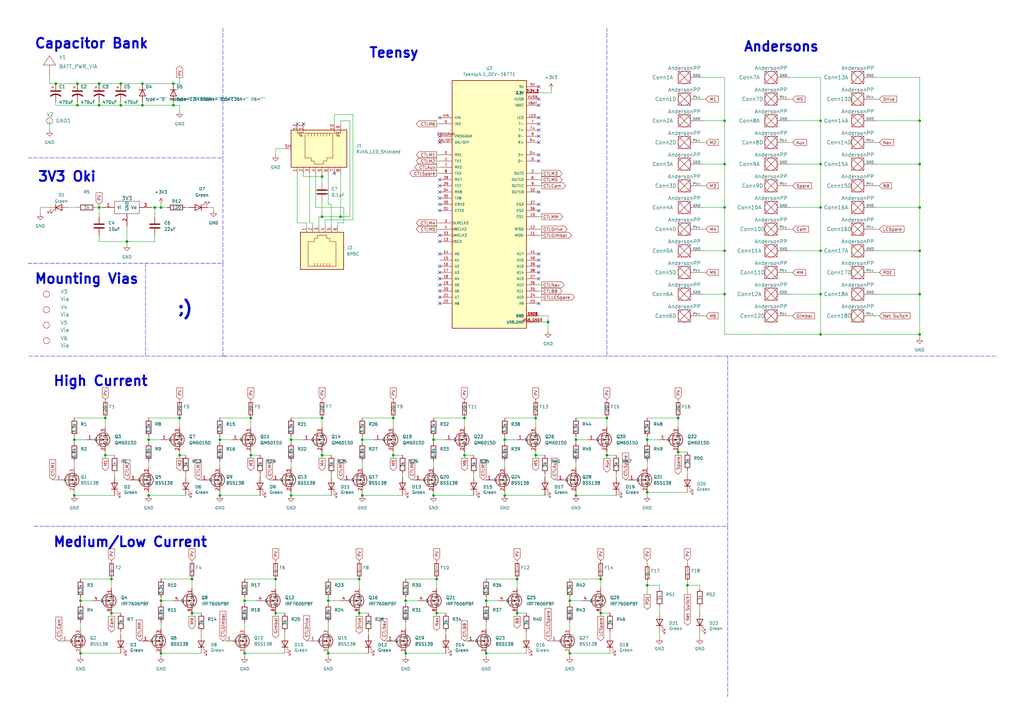
<source format=kicad_sch>
(kicad_sch (version 20211123) (generator eeschema)
  (paper "A3")
  (lib_symbols
    (symbol "Connector:6P6C" (pin_names (offset 1.016))
      (property "Reference" "J" (at -5.08 11.43 0))
      (property "Value" "6P6C" (at 2.54 11.43 0))
      (symbol "6P6C_1_1"
        (pin passive line (at 10.16 -5.08 180) (length 2.54) (name "~") (number "1"))
        (pin passive line (at 10.16 -2.54 180) (length 2.54) (name "~") (number "2"))
        (pin passive line (at 10.16 0 180) (length 2.54) (name "~") (number "3"))
        (pin passive line (at 10.16 2.54 180) (length 2.54) (name "~") (number "4"))
        (pin passive line (at 10.16 5.08 180) (length 2.54) (name "~") (number "5"))
        (pin passive line (at 10.16 7.62 180) (length 2.54) (name "~") (number "6"))
      )
    )
    (symbol "Connector:RJ45_LED_Shielded" (pin_names (offset 1.016))
      (property "Reference" "J" (at -5.08 13.97 0))
      (property "Value" "RJ45_LED_Shielded" (at 1.27 13.97 0))
      (symbol "RJ45_LED_Shielded_1_1"
        (pin passive line (at 10.16 -7.62 180) (length 2.54) (name "~") (number "1"))
        (pin passive line (at -10.16 7.62 0) (length 2.54) (name "~") (number "10"))
        (pin passive line (at -10.16 -5.08 0) (length 2.54) (name "~") (number "11"))
        (pin passive line (at -10.16 -7.62 0) (length 2.54) (name "~") (number "12"))
        (pin passive line (at 10.16 -5.08 180) (length 2.54) (name "~") (number "2"))
        (pin passive line (at 10.16 -2.54 180) (length 2.54) (name "~") (number "3"))
        (pin passive line (at 10.16 0 180) (length 2.54) (name "~") (number "4"))
        (pin passive line (at 10.16 2.54 180) (length 2.54) (name "~") (number "5"))
        (pin passive line (at 10.16 5.08 180) (length 2.54) (name "~") (number "6"))
        (pin passive line (at 10.16 7.62 180) (length 2.54) (name "~") (number "7"))
        (pin passive line (at 10.16 10.16 180) (length 2.54) (name "~") (number "8"))
        (pin passive line (at -10.16 10.16 0) (length 2.54) (name "~") (number "9"))
        (pin passive line (at 0 -12.7 90) (length 2.54) (name "~") (number "SH"))
      )
    )
    (symbol "Device:C" (pin_numbers hide) (pin_names (offset 0.254))
      (property "Reference" "C" (at 0.635 2.54 0))
      (property "Value" "C" (at 0.635 -2.54 0))
      (symbol "C_1_1"
        (pin passive line (at 0 3.81 270) (length 2.794) (name "~") (number "1"))
        (pin passive line (at 0 -3.81 90) (length 2.794) (name "~") (number "2"))
      )
    )
    (symbol "Device:C_Polarized_US" (pin_numbers hide) (pin_names (offset 0.254) hide)
      (property "Reference" "C" (at 0.635 2.54 0))
      (property "Value" "C_Polarized_US" (at 0.635 -2.54 0))
      (symbol "C_Polarized_US_1_1"
        (pin passive line (at 0 3.81 270) (length 2.794) (name "~") (number "1"))
        (pin passive line (at 0 -3.81 90) (length 3.302) (name "~") (number "2"))
      )
    )
    (symbol "Device:Fuse" (pin_numbers hide) (pin_names (offset 0))
      (property "Reference" "F" (at 2.032 0 90))
      (property "Value" "Fuse" (at -1.905 0 90))
      (symbol "Fuse_1_1"
        (pin passive line (at 0 3.81 270) (length 1.27) (name "~") (number "1"))
        (pin passive line (at 0 -3.81 90) (length 1.27) (name "~") (number "2"))
      )
    )
    (symbol "Device:LED" (pin_numbers hide) (pin_names (offset 1.016) hide)
      (property "Reference" "D" (at 0 2.54 0))
      (property "Value" "LED" (at 0 -2.54 0))
      (symbol "LED_1_1"
        (pin passive line (at -3.81 0 0) (length 2.54) (name "K") (number "1"))
        (pin passive line (at 3.81 0 180) (length 2.54) (name "A") (number "2"))
      )
    )
    (symbol "Device:R" (pin_numbers hide) (pin_names (offset 0))
      (property "Reference" "R" (at 2.032 0 90))
      (property "Value" "R" (at 0 0 90))
      (symbol "R_1_1"
        (pin passive line (at 0 3.81 270) (length 1.27) (name "~") (number "1"))
        (pin passive line (at 0 -3.81 90) (length 1.27) (name "~") (number "2"))
      )
    )
    (symbol "MRDT_Connectors:AndersonPP" (pin_numbers hide) (pin_names (offset 0))
      (property "Reference" "Conn" (at 3.81 -1.27 0))
      (property "Value" "AndersonPP" (at 2.54 6.35 0))
      (symbol "AndersonPP_1_1"
        (pin input line (at 10.16 2.54 180) (length 5.08) (name "GND") (number "1"))
      )
      (symbol "AndersonPP_2_1"
        (pin input line (at 10.16 2.54 180) (length 5.08) (name "V+Log") (number "2"))
      )
      (symbol "AndersonPP_3_1"
        (pin input line (at 10.16 2.54 180) (length 5.08) (name "V+Act") (number "3"))
      )
      (symbol "AndersonPP_4_1"
        (pin input line (at 10.16 2.54 180) (length 5.08) (name "PV+") (number "4"))
      )
      (symbol "AndersonPP_5_1"
        (pin input line (at 10.16 2.54 180) (length 5.08) (name "~") (number "1"))
      )
    )
    (symbol "MRDT_Devices:OKI" (pin_names (offset 1.016))
      (property "Value" "OKI" (at 5.08 6.35 0))
      (symbol "OKI_1_1"
        (pin input line (at -5.08 2.54 0) (length 5.08) (name "Vi") (number "1"))
        (pin output line (at 5.08 -5.08 90) (length 5.08) (name "GND") (number "2"))
        (pin output line (at 15.24 2.54 180) (length 5.08) (name "Vo") (number "3"))
      )
    )
    (symbol "MRDT_Drill_Holes:BATT_PWR_VIA" (pin_numbers hide) (pin_names (offset 1.016) hide)
      (property "Reference" "V" (at 3.81 1.27 0))
      (property "Value" "BATT_PWR_VIA" (at 0 5.08 0))
      (symbol "BATT_PWR_VIA_1_1"
        (pin input line (at 0 -5.08 90) (length 5.08) (name "1") (number "1"))
      )
    )
    (symbol "MRDT_Drill_Holes:Via" (pin_names (offset 1.016))
      (property "Reference" "V" (at 0 -2.54 0))
      (property "Value" "Via" (at 0 2.54 0))
      (symbol "Via_1_1"
        (pin input line (at 0 0 0) (length 5.08) hide (name "~") (number "1"))
      )
    )
    (symbol "MRDT_Shields:Teensy4.1_DEV-16771" (pin_names (offset 1.016))
      (property "Reference" "U" (at -15.24 52.07 0))
      (property "Value" "Teensy4.1_DEV-16771" (at -15.24 -53.34 0))
      (symbol "Teensy4.1_DEV-16771_0_0"
        (pin bidirectional line (at -20.32 20.32 0) (length 5.08) (name "RX1") (number "0"))
        (pin bidirectional line (at -20.32 17.78 0) (length 5.08) (name "TX1") (number "1"))
        (pin bidirectional line (at 20.32 -5.08 180) (length 5.08) (name "CS1") (number "10"))
        (pin bidirectional line (at 20.32 -12.7 180) (length 5.08) (name "MOSI") (number "11"))
        (pin bidirectional line (at 20.32 -10.16 180) (length 5.08) (name "MISO") (number "12"))
        (pin bidirectional clock (at -20.32 -15.24 0) (length 5.08) (name "SCK") (number "13"))
        (pin bidirectional line (at -20.32 -20.32 0) (length 5.08) (name "A0") (number "14"))
        (pin bidirectional line (at -20.32 -22.86 0) (length 5.08) (name "A1") (number "15"))
        (pin bidirectional line (at -20.32 -25.4 0) (length 5.08) (name "A2") (number "16"))
        (pin bidirectional line (at -20.32 -27.94 0) (length 5.08) (name "A3") (number "17"))
        (pin bidirectional line (at -20.32 -30.48 0) (length 5.08) (name "A4") (number "18"))
        (pin bidirectional line (at -20.32 -33.02 0) (length 5.08) (name "A5") (number "19"))
        (pin output line (at 20.32 12.7 180) (length 5.08) (name "OUT2") (number "2"))
        (pin bidirectional line (at -20.32 -35.56 0) (length 5.08) (name "A6") (number "20"))
        (pin bidirectional line (at -20.32 -38.1 0) (length 5.08) (name "A7") (number "21"))
        (pin bidirectional line (at -20.32 -40.64 0) (length 5.08) (name "A8") (number "22"))
        (pin bidirectional line (at 20.32 -40.64 180) (length 5.08) (name "A9") (number "23"))
        (pin bidirectional line (at 20.32 -38.1 180) (length 5.08) (name "A10") (number "24"))
        (pin bidirectional line (at 20.32 -35.56 180) (length 5.08) (name "A11") (number "25"))
        (pin bidirectional line (at 20.32 -33.02 180) (length 5.08) (name "A12") (number "26"))
        (pin bidirectional line (at 20.32 -30.48 180) (length 5.08) (name "A13") (number "27"))
        (pin bidirectional line (at -20.32 10.16 0) (length 5.08) (name "RX7") (number "28"))
        (pin bidirectional line (at -20.32 7.62 0) (length 5.08) (name "TX7") (number "29"))
        (pin bidirectional clock (at -20.32 -7.62 0) (length 5.08) (name "LRCLK2") (number "3"))
        (pin power_in line (at 20.32 45.72 180) (length 5.08) (name "3.3V") (number "3.3V_1"))
        (pin power_in line (at 20.32 45.72 180) (length 5.08) (name "3.3V") (number "3.3V_2"))
        (pin power_in line (at 20.32 45.72 180) (length 5.08) (name "3.3V") (number "3.3V_3"))
        (pin bidirectional line (at -20.32 0 0) (length 5.08) (name "CRX3") (number "30"))
        (pin bidirectional line (at -20.32 -2.54 0) (length 5.08) (name "CTX3") (number "31"))
        (pin output line (at 20.32 5.08 180) (length 5.08) (name "OUT1B") (number "32"))
        (pin bidirectional clock (at -20.32 -12.7 0) (length 5.08) (name "MCLK2") (number "33"))
        (pin bidirectional line (at -20.32 5.08 0) (length 5.08) (name "RX8") (number "34"))
        (pin bidirectional line (at -20.32 2.54 0) (length 5.08) (name "TX8") (number "35"))
        (pin bidirectional line (at 20.32 -2.54 180) (length 5.08) (name "CS2") (number "36"))
        (pin bidirectional line (at 20.32 0 180) (length 5.08) (name "CS3") (number "37"))
        (pin bidirectional line (at 20.32 -27.94 180) (length 5.08) (name "A14") (number "38"))
        (pin bidirectional line (at 20.32 -25.4 180) (length 5.08) (name "A15") (number "39"))
        (pin bidirectional clock (at -20.32 -10.16 0) (length 5.08) (name "BCLK2") (number "4"))
        (pin bidirectional line (at 20.32 -22.86 180) (length 5.08) (name "A16") (number "40"))
        (pin bidirectional line (at 20.32 -20.32 180) (length 5.08) (name "A17") (number "41"))
        (pin bidirectional line (at -20.32 33.02 0) (length 5.08) (name "IN2") (number "5"))
        (pin power_in line (at 20.32 48.26 180) (length 5.08) (name "5V") (number "5V"))
        (pin output line (at 20.32 10.16 180) (length 5.08) (name "OUT1D") (number "6"))
        (pin bidirectional line (at -20.32 15.24 0) (length 5.08) (name "RX2") (number "7"))
        (pin bidirectional line (at -20.32 12.7 0) (length 5.08) (name "TX2") (number "8"))
        (pin output line (at 20.32 7.62 180) (length 5.08) (name "OUT1C") (number "9"))
        (pin bidirectional line (at 20.32 17.78 180) (length 5.08) (name "D-") (number "D"))
        (pin bidirectional line (at 20.32 20.32 180) (length 5.08) (name "D+") (number "D+"))
        (pin power_in line (at 20.32 -45.72 180) (length 5.08) (name "GND") (number "GND1"))
        (pin power_in line (at 20.32 -45.72 180) (length 5.08) (name "GND") (number "GND2"))
        (pin power_in line (at 20.32 -45.72 180) (length 5.08) (name "GND") (number "GND3"))
        (pin power_in line (at 20.32 -45.72 180) (length 5.08) (name "GND") (number "GND4"))
        (pin power_in line (at 20.32 -45.72 180) (length 5.08) (name "GND") (number "GND5"))
        (pin bidirectional line (at 20.32 35.56 180) (length 5.08) (name "LED") (number "LED"))
        (pin bidirectional line (at -20.32 25.4 0) (length 5.08) (name "ON/OFF") (number "ON/OFF"))
        (pin bidirectional line (at -20.32 27.94 0) (length 5.08) (name "PROGRAM") (number "PROGRAM"))
        (pin bidirectional line (at 20.32 27.94 180) (length 5.08) (name "R-") (number "R"))
        (pin bidirectional line (at 20.32 25.4 180) (length 5.08) (name "R+") (number "R+"))
        (pin bidirectional line (at 20.32 33.02 180) (length 5.08) (name "T-") (number "T"))
        (pin bidirectional line (at 20.32 30.48 180) (length 5.08) (name "T+") (number "T+"))
        (pin power_in line (at 20.32 -48.26 180) (length 5.08) (name "USB_GND") (number "USB_GND1"))
        (pin power_in line (at 20.32 -48.26 180) (length 5.08) (name "USB_GND") (number "USB_GND2"))
        (pin passive line (at 20.32 40.64 180) (length 5.08) (name "VBAT") (number "VBAT"))
        (pin input line (at -20.32 35.56 0) (length 5.08) (name "VIN") (number "VIN"))
        (pin passive line (at 20.32 43.18 180) (length 5.08) (name "VUSB") (number "VUSB"))
      )
    )
    (symbol "Simulation_SPICE:DIODE" (pin_numbers hide) (pin_names (offset 1.016) hide)
      (property "Reference" "D" (at 0 2.54 0))
      (property "Value" "DIODE" (at 0 -2.54 0))
      (symbol "DIODE_1_1"
        (pin passive line (at -3.81 0 0) (length 2.54) (name "A") (number "1"))
        (pin passive line (at 3.81 0 180) (length 2.54) (name "K") (number "2"))
      )
    )
    (symbol "Transistor_FET:BSS138"
      (property "Reference" "Q" (at 5.08 1.905 0))
      (property "Value" "BSS138" (at 5.08 0 0))
      (symbol "BSS138_1_1"
        (pin input line (at -5.08 0 0) (length 2.54) (name "G") (number "1"))
        (pin passive line (at 2.54 -5.08 90) (length 2.54) (name "S") (number "2"))
        (pin passive line (at 2.54 5.08 270) (length 2.54) (name "D") (number "3"))
      )
    )
    (symbol "Transistor_FET:IRF7606PBF"
      (property "Reference" "Q" (at 5.08 1.905 0))
      (property "Value" "IRF7606PBF" (at 5.08 0 0))
      (symbol "IRF7606PBF_1_1"
        (pin passive line (at 2.54 -5.08 90) (length 2.54) (name "S") (number "1"))
        (pin passive line (at 2.54 -5.08 90) (length 2.54) hide (name "S") (number "2"))
        (pin passive line (at 2.54 -5.08 90) (length 2.54) hide (name "S") (number "3"))
        (pin passive line (at -5.08 0 0) (length 2.54) (name "G") (number "4"))
        (pin passive line (at 2.54 5.08 270) (length 2.54) hide (name "D") (number "5"))
        (pin passive line (at 2.54 5.08 270) (length 2.54) hide (name "D") (number "6"))
        (pin passive line (at 2.54 5.08 270) (length 2.54) hide (name "D") (number "7"))
        (pin passive line (at 2.54 5.08 270) (length 2.54) (name "D") (number "8"))
      )
    )
    (symbol "Transistor_FET:QM6015D"
      (property "Reference" "Q" (at 5.08 1.905 0))
      (property "Value" "QM6015D" (at 5.08 0 0))
      (symbol "QM6015D_1_1"
        (pin passive line (at -5.08 0 0) (length 2.54) (name "G") (number "1"))
        (pin passive line (at 2.54 5.08 270) (length 2.54) (name "D") (number "2"))
        (pin passive line (at 2.54 -5.08 90) (length 2.54) (name "S") (number "3"))
      )
    )
    (symbol "power:+3V3" (power) (pin_names (offset 0))
      (property "Value" "+3V3" (at 0 3.556 0))
      (symbol "+3V3_1_1"
        (pin power_in line (at 0 0 90) (length 0) hide (name "+3V3") (number "1"))
      )
    )
    (symbol "power:GND" (power) (pin_names (offset 0))
      (property "Value" "GND" (at 0 -3.81 0))
      (symbol "GND_1_1"
        (pin power_in line (at 0 0 270) (length 0) hide (name "GND") (number "1"))
      )
    )
  )
  (junction (at 233.68 267.97))
  (junction (at 377.19 120.65))
  (junction (at 139.7 88.9))
  (junction (at 33.02 267.97))
  (junction (at 377.19 102.87))
  (junction (at 113.03 237.49))
  (junction (at 336.55 137.16))
  (junction (at 207.01 180.34))
  (junction (at 66.04 85.09))
  (junction (at 132.08 72.39))
  (junction (at 30.48 180.34))
  (junction (at 58.42 34.29))
  (junction (at 281.94 240.03))
  (junction (at 297.18 102.87))
  (junction (at 73.66 171.45))
  (junction (at 179.07 237.49))
  (junction (at 199.39 267.97))
  (junction (at 43.18 171.45))
  (junction (at 265.43 240.03))
  (junction (at 166.37 246.38))
  (junction (at 49.53 34.29))
  (junction (at 233.68 246.38))
  (junction (at 100.33 246.38))
  (junction (at 297.18 120.65))
  (junction (at 33.02 246.38))
  (junction (at 78.74 251.46))
  (junction (at 177.8 180.34))
  (junction (at 119.38 180.34))
  (junction (at 297.18 85.09))
  (junction (at 246.38 251.46))
  (junction (at 265.43 201.93))
  (junction (at 207.01 203.2))
  (junction (at 336.55 120.65))
  (junction (at 40.64 34.29))
  (junction (at 40.64 85.09))
  (junction (at 336.55 49.53))
  (junction (at 219.71 186.69))
  (junction (at 134.62 246.38))
  (junction (at 219.71 171.45))
  (junction (at 71.12 43.18))
  (junction (at 63.5 85.09))
  (junction (at 60.96 203.2))
  (junction (at 147.32 251.46))
  (junction (at 147.32 237.49))
  (junction (at 73.66 186.69))
  (junction (at 30.48 203.2))
  (junction (at 66.04 246.38))
  (junction (at 161.29 171.45))
  (junction (at 134.62 267.97))
  (junction (at 236.22 180.34))
  (junction (at 148.59 203.2))
  (junction (at 43.18 186.69))
  (junction (at 132.08 88.9))
  (junction (at 22.86 34.29))
  (junction (at 179.07 251.46))
  (junction (at 336.55 102.87))
  (junction (at 212.09 251.46))
  (junction (at 278.13 185.42))
  (junction (at 297.18 67.31))
  (junction (at 90.17 180.34))
  (junction (at 58.42 43.18))
  (junction (at 148.59 180.34))
  (junction (at 31.75 43.18))
  (junction (at 119.38 203.2))
  (junction (at 377.19 49.53))
  (junction (at 52.07 99.06))
  (junction (at 113.03 251.46))
  (junction (at 102.87 186.69))
  (junction (at 49.53 43.18))
  (junction (at 190.5 186.69))
  (junction (at 166.37 267.97))
  (junction (at 45.72 251.46))
  (junction (at 377.19 137.16))
  (junction (at 246.38 237.49))
  (junction (at 236.22 203.2))
  (junction (at 100.33 267.97))
  (junction (at 45.72 237.49))
  (junction (at 265.43 180.34))
  (junction (at 190.5 171.45))
  (junction (at 336.55 67.31))
  (junction (at 78.74 237.49))
  (junction (at 224.79 132.08))
  (junction (at 297.18 49.53))
  (junction (at 248.92 171.45))
  (junction (at 132.08 186.69))
  (junction (at 336.55 85.09))
  (junction (at 71.12 34.29))
  (junction (at 90.17 203.2))
  (junction (at 377.19 67.31))
  (junction (at 132.08 171.45))
  (junction (at 199.39 246.38))
  (junction (at 177.8 203.2))
  (junction (at 40.64 43.18))
  (junction (at 66.04 267.97))
  (junction (at 31.75 34.29))
  (junction (at 278.13 171.45))
  (junction (at 102.87 171.45))
  (junction (at 212.09 237.49))
  (junction (at 161.29 186.69))
  (junction (at 248.92 186.69))
  (junction (at 377.19 85.09))
  (junction (at 60.96 180.34))
  (no_connect (at 220.98 35.56))
  (no_connect (at 220.98 40.64))
  (no_connect (at 220.98 43.18))
  (no_connect (at 220.98 48.26))
  (no_connect (at 220.98 50.8))
  (no_connect (at 220.98 53.34))
  (no_connect (at 220.98 55.88))
  (no_connect (at 220.98 58.42))
  (no_connect (at 220.98 63.5))
  (no_connect (at 220.98 66.04))
  (no_connect (at 220.98 78.74))
  (no_connect (at 220.98 83.82))
  (no_connect (at 220.98 86.36))
  (no_connect (at 220.98 109.22))
  (no_connect (at 220.98 104.14))
  (no_connect (at 220.98 106.68))
  (no_connect (at 180.34 73.66))
  (no_connect (at 180.34 76.2))
  (no_connect (at 180.34 78.74))
  (no_connect (at 180.34 81.28))
  (no_connect (at 180.34 83.82))
  (no_connect (at 180.34 86.36))
  (no_connect (at 180.34 58.42))
  (no_connect (at 180.34 55.88))
  (no_connect (at 180.34 48.26))
  (no_connect (at 180.34 114.3))
  (no_connect (at 180.34 109.22))
  (no_connect (at 180.34 111.76))
  (no_connect (at 180.34 116.84))
  (no_connect (at 180.34 119.38))
  (no_connect (at 180.34 121.92))
  (no_connect (at 180.34 124.46))
  (no_connect (at 220.98 124.46))
  (no_connect (at 180.34 96.52))
  (no_connect (at 220.98 111.76))
  (no_connect (at 220.98 114.3))
  (no_connect (at 137.16 71.12))
  (no_connect (at 124.46 50.8))
  (no_connect (at 121.92 50.8))
  (no_connect (at 180.34 99.06))
  (no_connect (at 180.34 104.14))
  (wire (pts (xy 179.07 71.12) (xy 180.34 71.12)))
  (wire (pts (xy 87.63 85.09) (xy 87.63 86.36)))
  (wire (pts (xy 43.18 186.69) (xy 46.99 186.69)))
  (wire (pts (xy 16.51 85.09) (xy 16.51 87.63)))
  (wire (pts (xy 135.89 83.82) (xy 135.89 92.71)))
  (polyline (pts (xy 13.97 215.9) (xy 265.43 215.9)))
  (wire (pts (xy 166.37 237.49) (xy 179.07 237.49)))
  (wire (pts (xy 106.68 194.31) (xy 106.68 195.58)))
  (wire (pts (xy 215.9 259.08) (xy 215.9 260.35)))
  (wire (pts (xy 323.85 85.09) (xy 336.55 85.09)))
  (wire (pts (xy 60.96 171.45) (xy 73.66 171.45)))
  (wire (pts (xy 113.03 63.5) (xy 113.03 60.96)))
  (wire (pts (xy 147.32 251.46) (xy 147.32 252.73)))
  (wire (pts (xy 168.91 196.85) (xy 170.18 196.85)))
  (wire (pts (xy 336.55 137.16) (xy 336.55 120.65)))
  (wire (pts (xy 323.85 40.64) (xy 325.12 40.64)))
  (wire (pts (xy 138.43 91.44) (xy 138.43 92.71)))
  (wire (pts (xy 220.98 116.84) (xy 222.25 116.84)))
  (wire (pts (xy 66.04 237.49) (xy 78.74 237.49)))
  (wire (pts (xy 281.94 238.76) (xy 281.94 240.03)))
  (wire (pts (xy 100.33 245.11) (xy 100.33 246.38)))
  (wire (pts (xy 33.02 267.97) (xy 33.02 269.24)))
  (wire (pts (xy 248.92 171.45) (xy 248.92 175.26)))
  (wire (pts (xy 336.55 67.31) (xy 336.55 49.53)))
  (wire (pts (xy 66.04 267.97) (xy 82.55 267.97)))
  (wire (pts (xy 166.37 255.27) (xy 166.37 257.81)))
  (wire (pts (xy 40.64 85.09) (xy 41.91 85.09)))
  (wire (pts (xy 246.38 251.46) (xy 246.38 252.73)))
  (wire (pts (xy 246.38 237.49) (xy 246.38 241.3)))
  (wire (pts (xy 288.29 58.42) (xy 289.56 58.42)))
  (wire (pts (xy 212.09 251.46) (xy 215.9 251.46)))
  (wire (pts (xy 177.8 189.23) (xy 177.8 191.77)))
  (wire (pts (xy 60.96 180.34) (xy 66.04 180.34)))
  (wire (pts (xy 43.18 186.69) (xy 43.18 187.96)))
  (polyline (pts (xy 91.44 107.95) (xy 91.44 64.77)))
  (wire (pts (xy 377.19 120.65) (xy 377.19 102.87)))
  (wire (pts (xy 148.59 180.34) (xy 153.67 180.34)))
  (wire (pts (xy 134.62 245.11) (xy 134.62 246.38)))
  (wire (pts (xy 33.02 255.27) (xy 33.02 257.81)))
  (wire (pts (xy 135.89 194.31) (xy 135.89 195.58)))
  (wire (pts (xy 63.5 99.06) (xy 52.07 99.06)))
  (wire (pts (xy 133.35 90.17) (xy 144.78 90.17)))
  (wire (pts (xy 179.07 63.5) (xy 180.34 63.5)))
  (wire (pts (xy 71.12 34.29) (xy 73.66 34.29)))
  (wire (pts (xy 182.88 259.08) (xy 182.88 260.35)))
  (wire (pts (xy 270.51 240.03) (xy 270.51 241.3)))
  (wire (pts (xy 73.66 43.18) (xy 71.12 43.18)))
  (wire (pts (xy 177.8 179.07) (xy 177.8 180.34)))
  (wire (pts (xy 220.98 88.9) (xy 222.25 88.9)))
  (polyline (pts (xy 264.16 215.9) (xy 298.45 215.9)))
  (wire (pts (xy 179.07 93.98) (xy 180.34 93.98)))
  (wire (pts (xy 134.62 237.49) (xy 147.32 237.49)))
  (wire (pts (xy 110.49 196.85) (xy 111.76 196.85)))
  (wire (pts (xy 119.38 203.2) (xy 135.89 203.2)))
  (wire (pts (xy 102.87 185.42) (xy 102.87 186.69)))
  (wire (pts (xy 40.64 85.09) (xy 40.64 88.9)))
  (wire (pts (xy 359.41 31.75) (xy 377.19 31.75)))
  (wire (pts (xy 246.38 251.46) (xy 250.19 251.46)))
  (wire (pts (xy 248.92 186.69) (xy 248.92 187.96)))
  (wire (pts (xy 90.17 189.23) (xy 90.17 191.77)))
  (wire (pts (xy 39.37 85.09) (xy 40.64 85.09)))
  (wire (pts (xy 148.59 179.07) (xy 148.59 180.34)))
  (wire (pts (xy 91.44 262.89) (xy 92.71 262.89)))
  (wire (pts (xy 207.01 180.34) (xy 212.09 180.34)))
  (wire (pts (xy 207.01 179.07) (xy 207.01 180.34)))
  (wire (pts (xy 220.98 38.1) (xy 226.06 38.1)))
  (wire (pts (xy 90.17 171.45) (xy 102.87 171.45)))
  (wire (pts (xy 359.41 85.09) (xy 377.19 85.09)))
  (wire (pts (xy 336.55 137.16) (xy 377.19 137.16)))
  (wire (pts (xy 199.39 245.11) (xy 199.39 246.38)))
  (wire (pts (xy 63.5 85.09) (xy 63.5 88.9)))
  (wire (pts (xy 278.13 185.42) (xy 281.94 185.42)))
  (wire (pts (xy 219.71 186.69) (xy 223.52 186.69)))
  (wire (pts (xy 161.29 171.45) (xy 161.29 175.26)))
  (wire (pts (xy 179.07 237.49) (xy 179.07 241.3)))
  (wire (pts (xy 323.85 93.98) (xy 325.12 93.98)))
  (wire (pts (xy 49.53 41.91) (xy 49.53 43.18)))
  (wire (pts (xy 265.43 229.87) (xy 265.43 231.14)))
  (wire (pts (xy 66.04 255.27) (xy 66.04 257.81)))
  (wire (pts (xy 359.41 58.42) (xy 360.68 58.42)))
  (wire (pts (xy 207.01 180.34) (xy 207.01 181.61)))
  (wire (pts (xy 78.74 237.49) (xy 78.74 241.3)))
  (wire (pts (xy 147.32 237.49) (xy 147.32 241.3)))
  (wire (pts (xy 359.41 129.54) (xy 360.68 129.54)))
  (wire (pts (xy 336.55 85.09) (xy 336.55 67.31)))
  (wire (pts (xy 288.29 31.75) (xy 297.18 31.75)))
  (wire (pts (xy 233.68 255.27) (xy 233.68 257.81)))
  (wire (pts (xy 198.12 196.85) (xy 199.39 196.85)))
  (wire (pts (xy 132.08 186.69) (xy 135.89 186.69)))
  (wire (pts (xy 30.48 179.07) (xy 30.48 180.34)))
  (wire (pts (xy 220.98 71.12) (xy 222.25 71.12)))
  (wire (pts (xy 132.08 171.45) (xy 132.08 175.26)))
  (wire (pts (xy 31.75 41.91) (xy 31.75 43.18)))
  (wire (pts (xy 190.5 186.69) (xy 194.31 186.69)))
  (wire (pts (xy 199.39 237.49) (xy 212.09 237.49)))
  (wire (pts (xy 124.46 72.39) (xy 132.08 72.39)))
  (wire (pts (xy 100.33 246.38) (xy 105.41 246.38)))
  (wire (pts (xy 157.48 262.89) (xy 158.75 262.89)))
  (wire (pts (xy 377.19 137.16) (xy 377.19 138.43)))
  (wire (pts (xy 359.41 102.87) (xy 377.19 102.87)))
  (wire (pts (xy 336.55 102.87) (xy 336.55 85.09)))
  (wire (pts (xy 52.07 92.71) (xy 52.07 99.06)))
  (polyline (pts (xy 248.92 11.43) (xy 248.92 146.05)))
  (wire (pts (xy 58.42 43.18) (xy 71.12 43.18)))
  (wire (pts (xy 270.51 259.08) (xy 270.51 261.62)))
  (wire (pts (xy 66.04 83.82) (xy 66.04 85.09)))
  (wire (pts (xy 281.94 240.03) (xy 281.94 243.84)))
  (wire (pts (xy 236.22 201.93) (xy 236.22 203.2)))
  (wire (pts (xy 278.13 185.42) (xy 278.13 186.69)))
  (polyline (pts (xy 91.44 146.05) (xy 92.71 146.05)))
  (wire (pts (xy 220.98 132.08) (xy 224.79 132.08)))
  (wire (pts (xy 190.5 171.45) (xy 190.5 175.26)))
  (wire (pts (xy 33.02 237.49) (xy 45.72 237.49)))
  (wire (pts (xy 73.66 186.69) (xy 76.2 186.69)))
  (wire (pts (xy 132.08 186.69) (xy 132.08 187.96)))
  (wire (pts (xy 377.19 137.16) (xy 377.19 120.65)))
  (wire (pts (xy 236.22 203.2) (xy 252.73 203.2)))
  (wire (pts (xy 207.01 203.2) (xy 223.52 203.2)))
  (wire (pts (xy 179.07 251.46) (xy 179.07 252.73)))
  (wire (pts (xy 236.22 179.07) (xy 236.22 180.34)))
  (wire (pts (xy 236.22 189.23) (xy 236.22 191.77)))
  (wire (pts (xy 270.51 248.92) (xy 270.51 251.46)))
  (wire (pts (xy 33.02 246.38) (xy 33.02 247.65)))
  (wire (pts (xy 22.86 41.91) (xy 22.86 43.18)))
  (wire (pts (xy 220.98 73.66) (xy 222.25 73.66)))
  (wire (pts (xy 297.18 49.53) (xy 297.18 67.31)))
  (wire (pts (xy 139.7 88.9) (xy 143.51 88.9)))
  (wire (pts (xy 119.38 180.34) (xy 124.46 180.34)))
  (wire (pts (xy 22.86 34.29) (xy 31.75 34.29)))
  (polyline (pts (xy 294.64 146.05) (xy 408.94 146.05)))
  (wire (pts (xy 100.33 237.49) (xy 113.03 237.49)))
  (wire (pts (xy 323.85 31.75) (xy 336.55 31.75)))
  (wire (pts (xy 161.29 186.69) (xy 161.29 187.96)))
  (wire (pts (xy 287.02 241.3) (xy 287.02 240.03)))
  (wire (pts (xy 139.7 71.12) (xy 139.7 88.9)))
  (wire (pts (xy 288.29 76.2) (xy 289.56 76.2)))
  (wire (pts (xy 281.94 193.04) (xy 281.94 194.31)))
  (wire (pts (xy 73.66 31.75) (xy 73.66 34.29)))
  (wire (pts (xy 288.29 67.31) (xy 297.18 67.31)))
  (wire (pts (xy 129.54 71.12) (xy 129.54 85.09)))
  (wire (pts (xy 33.02 267.97) (xy 49.53 267.97)))
  (wire (pts (xy 207.01 201.93) (xy 207.01 203.2)))
  (wire (pts (xy 287.02 259.08) (xy 287.02 261.62)))
  (polyline (pts (xy 298.45 215.9) (xy 298.45 146.05)))
  (wire (pts (xy 128.27 91.44) (xy 128.27 92.71)))
  (polyline (pts (xy 91.44 107.95) (xy 91.44 146.05)))
  (wire (pts (xy 66.04 246.38) (xy 66.04 247.65)))
  (wire (pts (xy 190.5 262.89) (xy 191.77 262.89)))
  (wire (pts (xy 252.73 194.31) (xy 252.73 195.58)))
  (wire (pts (xy 288.29 120.65) (xy 297.18 120.65)))
  (wire (pts (xy 40.64 43.18) (xy 49.53 43.18)))
  (wire (pts (xy 40.64 34.29) (xy 49.53 34.29)))
  (wire (pts (xy 63.5 96.52) (xy 63.5 99.06)))
  (wire (pts (xy 90.17 180.34) (xy 95.25 180.34)))
  (wire (pts (xy 45.72 237.49) (xy 45.72 241.3)))
  (wire (pts (xy 102.87 186.69) (xy 102.87 187.96)))
  (wire (pts (xy 30.48 201.93) (xy 30.48 203.2)))
  (wire (pts (xy 265.43 201.93) (xy 281.94 201.93)))
  (wire (pts (xy 130.81 92.71) (xy 130.81 88.9)))
  (wire (pts (xy 220.98 96.52) (xy 222.25 96.52)))
  (wire (pts (xy 233.68 237.49) (xy 246.38 237.49)))
  (wire (pts (xy 148.59 180.34) (xy 148.59 181.61)))
  (wire (pts (xy 199.39 246.38) (xy 204.47 246.38)))
  (wire (pts (xy 161.29 186.69) (xy 165.1 186.69)))
  (wire (pts (xy 220.98 129.54) (xy 224.79 129.54)))
  (wire (pts (xy 377.19 85.09) (xy 377.19 67.31)))
  (wire (pts (xy 219.71 185.42) (xy 219.71 186.69)))
  (wire (pts (xy 60.96 201.93) (xy 60.96 203.2)))
  (wire (pts (xy 190.5 186.69) (xy 190.5 187.96)))
  (wire (pts (xy 287.02 248.92) (xy 287.02 251.46)))
  (wire (pts (xy 190.5 185.42) (xy 190.5 186.69)))
  (wire (pts (xy 323.85 129.54) (xy 325.12 129.54)))
  (wire (pts (xy 45.72 251.46) (xy 49.53 251.46)))
  (wire (pts (xy 66.04 245.11) (xy 66.04 246.38)))
  (wire (pts (xy 147.32 251.46) (xy 151.13 251.46)))
  (wire (pts (xy 212.09 237.49) (xy 212.09 241.3)))
  (wire (pts (xy 199.39 267.97) (xy 215.9 267.97)))
  (wire (pts (xy 130.81 88.9) (xy 132.08 88.9)))
  (wire (pts (xy 45.72 251.46) (xy 45.72 252.73)))
  (wire (pts (xy 297.18 120.65) (xy 297.18 137.16)))
  (wire (pts (xy 49.53 43.18) (xy 58.42 43.18)))
  (polyline (pts (xy 294.64 146.05) (xy 11.43 146.05)))
  (wire (pts (xy 265.43 180.34) (xy 270.51 180.34)))
  (wire (pts (xy 212.09 251.46) (xy 212.09 252.73)))
  (wire (pts (xy 223.52 194.31) (xy 223.52 195.58)))
  (wire (pts (xy 100.33 255.27) (xy 100.33 257.81)))
  (wire (pts (xy 199.39 246.38) (xy 199.39 247.65)))
  (wire (pts (xy 265.43 179.07) (xy 265.43 180.34)))
  (wire (pts (xy 127 71.12) (xy 127 91.44)))
  (wire (pts (xy 46.99 194.31) (xy 46.99 195.58)))
  (wire (pts (xy 119.38 201.93) (xy 119.38 203.2)))
  (wire (pts (xy 177.8 180.34) (xy 182.88 180.34)))
  (wire (pts (xy 57.15 262.89) (xy 58.42 262.89)))
  (wire (pts (xy 132.08 72.39) (xy 132.08 74.93)))
  (wire (pts (xy 220.98 121.92) (xy 222.25 121.92)))
  (polyline (pts (xy 59.69 107.95) (xy 59.69 146.05)))
  (wire (pts (xy 113.03 251.46) (xy 113.03 252.73)))
  (wire (pts (xy 287.02 240.03) (xy 281.94 240.03)))
  (wire (pts (xy 177.8 203.2) (xy 194.31 203.2)))
  (wire (pts (xy 166.37 246.38) (xy 171.45 246.38)))
  (wire (pts (xy 102.87 186.69) (xy 106.68 186.69)))
  (wire (pts (xy 161.29 185.42) (xy 161.29 186.69)))
  (wire (pts (xy 33.02 246.38) (xy 38.1 246.38)))
  (wire (pts (xy 199.39 255.27) (xy 199.39 257.81)))
  (wire (pts (xy 78.74 251.46) (xy 82.55 251.46)))
  (wire (pts (xy 71.12 43.18) (xy 71.12 41.91)))
  (wire (pts (xy 220.98 93.98) (xy 222.25 93.98)))
  (wire (pts (xy 226.06 36.83) (xy 226.06 38.1)))
  (wire (pts (xy 177.8 180.34) (xy 177.8 181.61)))
  (wire (pts (xy 219.71 171.45) (xy 219.71 175.26)))
  (wire (pts (xy 220.98 119.38) (xy 222.25 119.38)))
  (wire (pts (xy 297.18 67.31) (xy 297.18 85.09)))
  (wire (pts (xy 224.79 129.54) (xy 224.79 132.08)))
  (wire (pts (xy 139.7 196.85) (xy 140.97 196.85)))
  (wire (pts (xy 63.5 85.09) (xy 66.04 85.09)))
  (wire (pts (xy 134.62 255.27) (xy 134.62 257.81)))
  (wire (pts (xy 144.78 46.99) (xy 137.16 46.99)))
  (wire (pts (xy 220.98 76.2) (xy 222.25 76.2)))
  (wire (pts (xy 60.96 179.07) (xy 60.96 180.34)))
  (wire (pts (xy 139.7 49.53) (xy 143.51 49.53)))
  (wire (pts (xy 248.92 186.69) (xy 252.73 186.69)))
  (wire (pts (xy 224.79 132.08) (xy 224.79 135.89)))
  (wire (pts (xy 66.04 246.38) (xy 71.12 246.38)))
  (wire (pts (xy 52.07 99.06) (xy 52.07 100.33)))
  (wire (pts (xy 227.33 196.85) (xy 228.6 196.85)))
  (wire (pts (xy 377.19 49.53) (xy 377.19 31.75)))
  (wire (pts (xy 132.08 82.55) (xy 132.08 88.9)))
  (wire (pts (xy 132.08 71.12) (xy 132.08 72.39)))
  (wire (pts (xy 20.32 49.53) (xy 20.32 53.34)))
  (wire (pts (xy 60.96 189.23) (xy 60.96 191.77)))
  (wire (pts (xy 323.85 67.31) (xy 336.55 67.31)))
  (wire (pts (xy 100.33 267.97) (xy 100.33 269.24)))
  (wire (pts (xy 119.38 189.23) (xy 119.38 191.77)))
  (wire (pts (xy 22.86 34.29) (xy 20.32 34.29)))
  (wire (pts (xy 148.59 171.45) (xy 161.29 171.45)))
  (wire (pts (xy 85.09 85.09) (xy 87.63 85.09)))
  (wire (pts (xy 199.39 267.97) (xy 199.39 269.24)))
  (wire (pts (xy 207.01 171.45) (xy 219.71 171.45)))
  (wire (pts (xy 119.38 179.07) (xy 119.38 180.34)))
  (wire (pts (xy 121.92 91.44) (xy 125.73 91.44)))
  (wire (pts (xy 288.29 40.64) (xy 289.56 40.64)))
  (wire (pts (xy 236.22 180.34) (xy 236.22 181.61)))
  (wire (pts (xy 43.18 171.45) (xy 43.18 175.26)))
  (wire (pts (xy 132.08 88.9) (xy 139.7 88.9)))
  (wire (pts (xy 134.62 267.97) (xy 134.62 269.24)))
  (wire (pts (xy 336.55 49.53) (xy 336.55 31.75)))
  (wire (pts (xy 30.48 203.2) (xy 46.99 203.2)))
  (wire (pts (xy 90.17 179.07) (xy 90.17 180.34)))
  (wire (pts (xy 166.37 267.97) (xy 182.88 267.97)))
  (wire (pts (xy 127 91.44) (xy 128.27 91.44)))
  (wire (pts (xy 288.29 93.98) (xy 289.56 93.98)))
  (wire (pts (xy 140.97 91.44) (xy 138.43 91.44)))
  (wire (pts (xy 139.7 50.8) (xy 139.7 49.53)))
  (wire (pts (xy 100.33 246.38) (xy 100.33 247.65)))
  (wire (pts (xy 66.04 85.09) (xy 68.58 85.09)))
  (wire (pts (xy 49.53 259.08) (xy 49.53 260.35)))
  (wire (pts (xy 140.97 85.09) (xy 140.97 91.44)))
  (wire (pts (xy 265.43 171.45) (xy 278.13 171.45)))
  (wire (pts (xy 60.96 180.34) (xy 60.96 181.61)))
  (wire (pts (xy 233.68 246.38) (xy 238.76 246.38)))
  (wire (pts (xy 194.31 194.31) (xy 194.31 195.58)))
  (wire (pts (xy 125.73 262.89) (xy 127 262.89)))
  (wire (pts (xy 113.03 237.49) (xy 113.03 241.3)))
  (wire (pts (xy 116.84 259.08) (xy 116.84 260.35)))
  (wire (pts (xy 377.19 67.31) (xy 377.19 49.53)))
  (wire (pts (xy 297.18 31.75) (xy 297.18 49.53)))
  (wire (pts (xy 166.37 245.11) (xy 166.37 246.38)))
  (wire (pts (xy 60.96 203.2) (xy 76.2 203.2)))
  (wire (pts (xy 359.41 49.53) (xy 377.19 49.53)))
  (wire (pts (xy 323.85 111.76) (xy 325.12 111.76)))
  (wire (pts (xy 121.92 71.12) (xy 121.92 91.44)))
  (wire (pts (xy 179.07 91.44) (xy 180.34 91.44)))
  (wire (pts (xy 100.33 267.97) (xy 116.84 267.97)))
  (wire (pts (xy 33.02 245.11) (xy 33.02 246.38)))
  (wire (pts (xy 30.48 189.23) (xy 30.48 191.77)))
  (wire (pts (xy 297.18 137.16) (xy 336.55 137.16)))
  (wire (pts (xy 265.43 240.03) (xy 265.43 243.84)))
  (wire (pts (xy 52.07 196.85) (xy 53.34 196.85)))
  (wire (pts (xy 90.17 180.34) (xy 90.17 181.61)))
  (wire (pts (xy 31.75 43.18) (xy 40.64 43.18)))
  (wire (pts (xy 40.64 41.91) (xy 40.64 43.18)))
  (wire (pts (xy 43.18 185.42) (xy 43.18 186.69)))
  (wire (pts (xy 148.59 189.23) (xy 148.59 191.77)))
  (wire (pts (xy 90.17 203.2) (xy 106.68 203.2)))
  (wire (pts (xy 236.22 180.34) (xy 241.3 180.34)))
  (wire (pts (xy 236.22 171.45) (xy 248.92 171.45)))
  (wire (pts (xy 62.23 85.09) (xy 63.5 85.09)))
  (wire (pts (xy 137.16 46.99) (xy 137.16 50.8)))
  (wire (pts (xy 166.37 267.97) (xy 166.37 269.24)))
  (wire (pts (xy 148.59 201.93) (xy 148.59 203.2)))
  (wire (pts (xy 359.41 67.31) (xy 377.19 67.31)))
  (wire (pts (xy 134.62 246.38) (xy 139.7 246.38)))
  (wire (pts (xy 224.79 262.89) (xy 226.06 262.89)))
  (wire (pts (xy 165.1 194.31) (xy 165.1 195.58)))
  (wire (pts (xy 288.29 129.54) (xy 289.56 129.54)))
  (wire (pts (xy 288.29 49.53) (xy 297.18 49.53)))
  (wire (pts (xy 76.2 194.31) (xy 76.2 195.58)))
  (wire (pts (xy 27.94 85.09) (xy 31.75 85.09)))
  (wire (pts (xy 323.85 102.87) (xy 336.55 102.87)))
  (wire (pts (xy 166.37 246.38) (xy 166.37 247.65)))
  (wire (pts (xy 359.41 111.76) (xy 360.68 111.76)))
  (wire (pts (xy 359.41 76.2) (xy 360.68 76.2)))
  (wire (pts (xy 49.53 34.29) (xy 58.42 34.29)))
  (wire (pts (xy 177.8 201.93) (xy 177.8 203.2)))
  (wire (pts (xy 250.19 259.08) (xy 250.19 260.35)))
  (wire (pts (xy 24.13 262.89) (xy 25.4 262.89)))
  (wire (pts (xy 359.41 40.64) (xy 360.68 40.64)))
  (wire (pts (xy 281.94 229.87) (xy 281.94 231.14)))
  (wire (pts (xy 20.32 31.75) (xy 20.32 34.29)))
  (wire (pts (xy 323.85 76.2) (xy 325.12 76.2)))
  (wire (pts (xy 40.64 99.06) (xy 52.07 99.06)))
  (wire (pts (xy 323.85 120.65) (xy 336.55 120.65)))
  (wire (pts (xy 179.07 50.8) (xy 180.34 50.8)))
  (wire (pts (xy 73.66 171.45) (xy 73.66 175.26)))
  (wire (pts (xy 81.28 196.85) (xy 82.55 196.85)))
  (wire (pts (xy 73.66 45.72) (xy 73.66 43.18)))
  (wire (pts (xy 134.62 83.82) (xy 135.89 83.82)))
  (wire (pts (xy 248.92 185.42) (xy 248.92 186.69)))
  (wire (pts (xy 207.01 189.23) (xy 207.01 191.77)))
  (wire (pts (xy 377.19 102.87) (xy 377.19 85.09)))
  (wire (pts (xy 134.62 71.12) (xy 134.62 83.82)))
  (wire (pts (xy 265.43 180.34) (xy 265.43 181.61)))
  (wire (pts (xy 30.48 171.45) (xy 43.18 171.45)))
  (wire (pts (xy 82.55 259.08) (xy 82.55 260.35)))
  (wire (pts (xy 58.42 41.91) (xy 58.42 43.18)))
  (wire (pts (xy 143.51 49.53) (xy 143.51 88.9)))
  (wire (pts (xy 323.85 49.53) (xy 336.55 49.53)))
  (wire (pts (xy 278.13 171.45) (xy 278.13 175.26)))
  (wire (pts (xy 78.74 251.46) (xy 78.74 252.73)))
  (wire (pts (xy 30.48 180.34) (xy 30.48 181.61)))
  (wire (pts (xy 265.43 189.23) (xy 265.43 191.77)))
  (wire (pts (xy 58.42 34.29) (xy 71.12 34.29)))
  (wire (pts (xy 129.54 85.09) (xy 140.97 85.09)))
  (wire (pts (xy 233.68 267.97) (xy 250.19 267.97)))
  (wire (pts (xy 102.87 171.45) (xy 102.87 175.26)))
  (wire (pts (xy 132.08 185.42) (xy 132.08 186.69)))
  (wire (pts (xy 119.38 180.34) (xy 119.38 181.61)))
  (wire (pts (xy 31.75 34.29) (xy 40.64 34.29)))
  (wire (pts (xy 73.66 186.69) (xy 73.66 187.96)))
  (wire (pts (xy 359.41 93.98) (xy 360.68 93.98)))
  (wire (pts (xy 40.64 96.52) (xy 40.64 99.06)))
  (wire (pts (xy 359.41 120.65) (xy 377.19 120.65)))
  (wire (pts (xy 133.35 92.71) (xy 133.35 90.17)))
  (wire (pts (xy 119.38 171.45) (xy 132.08 171.45)))
  (wire (pts (xy 73.66 185.42) (xy 73.66 186.69)))
  (wire (pts (xy 323.85 58.42) (xy 325.12 58.42)))
  (wire (pts (xy 113.03 251.46) (xy 116.84 251.46)))
  (wire (pts (xy 30.48 180.34) (xy 35.56 180.34)))
  (wire (pts (xy 265.43 238.76) (xy 265.43 240.03)))
  (wire (pts (xy 22.86 43.18) (xy 31.75 43.18)))
  (wire (pts (xy 20.32 85.09) (xy 16.51 85.09)))
  (wire (pts (xy 288.29 102.87) (xy 297.18 102.87)))
  (polyline (pts (xy 11.43 64.77) (xy 91.44 64.77)))
  (polyline (pts (xy 298.45 215.9) (xy 298.45 285.75)))
  (wire (pts (xy 179.07 66.04) (xy 180.34 66.04)))
  (wire (pts (xy 40.64 83.82) (xy 40.64 85.09)))
  (wire (pts (xy 177.8 171.45) (xy 190.5 171.45)))
  (wire (pts (xy 151.13 259.08) (xy 151.13 260.35)))
  (wire (pts (xy 219.71 186.69) (xy 219.71 187.96)))
  (wire (pts (xy 179.07 68.58) (xy 180.34 68.58)))
  (polyline (pts (xy 11.43 107.95) (xy 91.44 107.95)))
  (wire (pts (xy 124.46 71.12) (xy 124.46 72.39)))
  (wire (pts (xy 134.62 246.38) (xy 134.62 247.65)))
  (wire (pts (xy 336.55 120.65) (xy 336.55 102.87)))
  (wire (pts (xy 233.68 267.97) (xy 233.68 269.24)))
  (wire (pts (xy 66.04 267.97) (xy 66.04 269.24)))
  (wire (pts (xy 144.78 90.17) (xy 144.78 46.99)))
  (wire (pts (xy 90.17 201.93) (xy 90.17 203.2)))
  (wire (pts (xy 233.68 245.11) (xy 233.68 246.38)))
  (wire (pts (xy 288.29 85.09) (xy 297.18 85.09)))
  (wire (pts (xy 297.18 102.87) (xy 297.18 120.65)))
  (wire (pts (xy 297.18 85.09) (xy 297.18 102.87)))
  (wire (pts (xy 125.73 91.44) (xy 125.73 92.71)))
  (wire (pts (xy 265.43 201.93) (xy 265.43 203.2)))
  (wire (pts (xy 288.29 111.76) (xy 289.56 111.76)))
  (wire (pts (xy 134.62 267.97) (xy 151.13 267.97)))
  (wire (pts (xy 76.2 85.09) (xy 77.47 85.09)))
  (wire (pts (xy 233.68 246.38) (xy 233.68 247.65)))
  (wire (pts (xy 148.59 203.2) (xy 165.1 203.2)))
  (wire (pts (xy 179.07 251.46) (xy 182.88 251.46)))
  (wire (pts (xy 113.03 60.96) (xy 116.84 60.96)))
  (polyline (pts (xy 91.44 11.43) (xy 91.44 64.77)))
  (wire (pts (xy 265.43 240.03) (xy 270.51 240.03)))
  (wire (pts (xy 256.54 196.85) (xy 257.81 196.85)))
  (wire (pts (xy 21.59 196.85) (xy 22.86 196.85)))
  (text "Mounting Vias" (at 13.97 116.84 0) (effects (font (size 4 4) (thickness 0.8) bold) (justify left bottom)))
  (text "Teensy" (at 151.13 24.13 0) (effects (font (size 4 4) (thickness 0.8) bold) (justify left bottom)))
  (text "3V3 Oki" (at 15.24 74.93 0) (effects (font (size 4 4) (thickness 0.8) bold) (justify left bottom)))
  (text ";)" (at 72.39 129.54 0) (effects (font (size 5 5) (thickness 1) bold) (justify left bottom)))
  (text "High Current" (at 21.59 158.75 0) (effects (font (size 4 4) (thickness 0.8) bold) (justify left bottom)))
  (text "Medium/Low Current" (at 21.59 224.79 0) (effects (font (size 4 4) (thickness 0.8) bold) (justify left bottom)))
  (text "Andersons" (at 304.8 21.59 0) (effects (font (size 4 4) (thickness 0.8) bold) (justify left bottom)))
  (text "Capacitor Bank" (at 13.97 20.32 0) (effects (font (size 4 4) bold) (justify left bottom)))
  (global_label "CTLM4" (shape input) (at 110.49 196.85 90) (property "Intersheet References" "${INTERSHEET_REFS}" (effects hide)))
  (global_label "PV" (shape input) (at 246.38 229.87 90) (property "Intersheet References" "${INTERSHEET_REFS}" (effects hide)))
  (global_label "CTLGimbal" (shape input) (at 91.44 262.89 90) (property "Intersheet References" "${INTERSHEET_REFS}" (effects hide)))
  (global_label "Gimbal" (shape input) (at 325.12 129.54 0) (property "Intersheet References" "${INTERSHEET_REFS}" (effects hide)))
  (global_label "CTLNav" (shape output) (at 222.25 116.84 0) (property "Intersheet References" "${INTERSHEET_REFS}" (effects hide)))
  (global_label "Net Switch" (shape input) (at 360.68 129.54 0) (property "Intersheet References" "${INTERSHEET_REFS}" (effects hide)))
  (global_label "CTLBB" (shape input) (at 190.5 262.89 90) (property "Intersheet References" "${INTERSHEET_REFS}" (effects hide)))
  (global_label "CTLM1" (shape input) (at 21.59 196.85 90) (property "Intersheet References" "${INTERSHEET_REFS}" (effects hide)))
  (global_label "CTLM3" (shape output) (at 222.25 71.12 0) (property "Intersheet References" "${INTERSHEET_REFS}" (effects hide)))
  (global_label "PV" (shape input) (at 212.09 229.87 90) (property "Intersheet References" "${INTERSHEET_REFS}" (effects hide)))
  (global_label "PV" (shape input) (at 248.92 163.83 90) (property "Intersheet References" "${INTERSHEET_REFS}" (effects hide)))
  (global_label "PV" (shape input) (at 102.87 163.83 90) (property "Intersheet References" "${INTERSHEET_REFS}" (effects hide)))
  (global_label "Spare" (shape input) (at 325.12 76.2 0) (property "Intersheet References" "${INTERSHEET_REFS}" (effects hide)))
  (global_label "PV" (shape input) (at 265.43 229.87 90) (property "Intersheet References" "${INTERSHEET_REFS}" (effects hide)))
  (global_label "CTLLCSpare" (shape input) (at 224.79 262.89 90) (property "Intersheet References" "${INTERSHEET_REFS}" (effects hide)))
  (global_label "CTLAux" (shape output) (at 179.07 68.58 180) (property "Intersheet References" "${INTERSHEET_REFS}" (effects hide)))
  (global_label "CTLM2" (shape input) (at 52.07 196.85 90) (property "Intersheet References" "${INTERSHEET_REFS}" (effects hide)))
  (global_label "MM" (shape input) (at 325.12 111.76 0) (property "Intersheet References" "${INTERSHEET_REFS}" (effects hide)))
  (global_label "PV" (shape input) (at 78.74 229.87 90) (property "Intersheet References" "${INTERSHEET_REFS}" (effects hide)))
  (global_label "CTLBB" (shape output) (at 222.25 119.38 0) (property "Intersheet References" "${INTERSHEET_REFS}" (effects hide)))
  (global_label "CTLM4" (shape output) (at 179.07 91.44 180) (property "Intersheet References" "${INTERSHEET_REFS}" (effects hide)))
  (global_label "PV" (shape input) (at 278.13 163.83 90) (property "Intersheet References" "${INTERSHEET_REFS}" (effects hide)))
  (global_label "CTLCam" (shape input) (at 24.13 262.89 90) (property "Intersheet References" "${INTERSHEET_REFS}" (effects hide)))
  (global_label "CTLMS" (shape output) (at 222.25 73.66 0) (property "Intersheet References" "${INTERSHEET_REFS}" (effects hide)))
  (global_label "Nav" (shape output) (at 179.07 252.73 270) (property "Intersheet References" "${INTERSHEET_REFS}" (effects hide)))
  (global_label "Cam" (shape output) (at 45.72 252.73 270) (property "Intersheet References" "${INTERSHEET_REFS}" (effects hide)))
  (global_label "Drive" (shape input) (at 360.68 40.64 0) (property "Intersheet References" "${INTERSHEET_REFS}" (effects hide)))
  (global_label "POE" (shape output) (at 265.43 243.84 270) (property "Intersheet References" "${INTERSHEET_REFS}" (effects hide)))
  (global_label "Net Switch" (shape output) (at 281.94 243.84 270) (property "Intersheet References" "${INTERSHEET_REFS}" (effects hide)))
  (global_label "PV" (shape input) (at 73.66 163.83 90) (property "Intersheet References" "${INTERSHEET_REFS}" (effects hide)))
  (global_label "PV" (shape input) (at 161.29 163.83 90) (property "Intersheet References" "${INTERSHEET_REFS}" (effects hide)))
  (global_label "CTLMS" (shape input) (at 198.12 196.85 90) (property "Intersheet References" "${INTERSHEET_REFS}" (effects hide)))
  (global_label "PV" (shape output) (at 73.66 31.75 90) (property "Intersheet References" "${INTERSHEET_REFS}" (effects hide)))
  (global_label "CTLSpare" (shape input) (at 256.54 196.85 90) (property "Intersheet References" "${INTERSHEET_REFS}" (effects hide)))
  (global_label "PV" (shape input) (at 113.03 229.87 90) (property "Intersheet References" "${INTERSHEET_REFS}" (effects hide)))
  (global_label "M4" (shape output) (at 132.08 187.96 270) (property "Intersheet References" "${INTERSHEET_REFS}" (effects hide)))
  (global_label "CTLMM" (shape output) (at 222.25 88.9 0) (property "Intersheet References" "${INTERSHEET_REFS}" (effects hide)))
  (global_label "PV" (shape input) (at 219.71 163.83 90) (property "Intersheet References" "${INTERSHEET_REFS}" (effects hide)))
  (global_label "PV" (shape input) (at 43.18 163.83 90) (property "Intersheet References" "${INTERSHEET_REFS}" (effects hide)))
  (global_label "M2" (shape output) (at 73.66 187.96 270) (property "Intersheet References" "${INTERSHEET_REFS}" (effects hide)))
  (global_label "PV" (shape input) (at 132.08 163.83 90) (property "Intersheet References" "${INTERSHEET_REFS}" (effects hide)))
  (global_label "CTLSpare" (shape output) (at 179.07 71.12 180) (property "Intersheet References" "${INTERSHEET_REFS}" (effects hide)))
  (global_label "CTLLCSpare" (shape output) (at 222.25 121.92 0) (property "Intersheet References" "${INTERSHEET_REFS}" (effects hide)))
  (global_label "PV" (shape input) (at 45.72 229.87 90) (property "Intersheet References" "${INTERSHEET_REFS}" (effects hide)))
  (global_label "M1" (shape output) (at 43.18 187.96 270) (property "Intersheet References" "${INTERSHEET_REFS}" (effects hide)))
  (global_label "CTLNav" (shape input) (at 157.48 262.89 90) (property "Intersheet References" "${INTERSHEET_REFS}" (effects hide)))
  (global_label "CTLM6" (shape input) (at 168.91 196.85 90) (property "Intersheet References" "${INTERSHEET_REFS}" (effects hide)))
  (global_label "MS" (shape output) (at 219.71 187.96 270) (property "Intersheet References" "${INTERSHEET_REFS}" (effects hide)))
  (global_label "LCSpare" (shape input) (at 360.68 93.98 0) (property "Intersheet References" "${INTERSHEET_REFS}" (effects hide)))
  (global_label "CTLGimbal" (shape output) (at 222.25 96.52 0) (property "Intersheet References" "${INTERSHEET_REFS}" (effects hide)))
  (global_label "CTLM3" (shape input) (at 81.28 196.85 90) (property "Intersheet References" "${INTERSHEET_REFS}" (effects hide)))
  (global_label "M3" (shape input) (at 289.56 76.2 0) (property "Intersheet References" "${INTERSHEET_REFS}" (effects hide)))
  (global_label "M5" (shape output) (at 161.29 187.96 270) (property "Intersheet References" "${INTERSHEET_REFS}" (effects hide)))
  (global_label "M6" (shape output) (at 190.5 187.96 270) (property "Intersheet References" "${INTERSHEET_REFS}" (effects hide)))
  (global_label "Spare" (shape output) (at 278.13 186.69 270) (property "Intersheet References" "${INTERSHEET_REFS}" (effects hide)))
  (global_label "PV" (shape input) (at 281.94 229.87 90) (property "Intersheet References" "${INTERSHEET_REFS}" (effects hide)))
  (global_label "Drive" (shape output) (at 147.32 252.73 270) (property "Intersheet References" "${INTERSHEET_REFS}" (effects hide)))
  (global_label "CTLDrive" (shape output) (at 222.25 93.98 0) (property "Intersheet References" "${INTERSHEET_REFS}" (effects hide)))
  (global_label "MM" (shape output) (at 78.74 252.73 270) (property "Intersheet References" "${INTERSHEET_REFS}" (effects hide)))
  (global_label "CTLM5" (shape input) (at 139.7 196.85 90) (property "Intersheet References" "${INTERSHEET_REFS}" (effects hide)))
  (global_label "M3" (shape output) (at 102.87 187.96 270) (property "Intersheet References" "${INTERSHEET_REFS}" (effects hide)))
  (global_label "LCSpare" (shape output) (at 246.38 252.73 270) (property "Intersheet References" "${INTERSHEET_REFS}" (effects hide)))
  (global_label "CTLDrive" (shape input) (at 125.73 262.89 90) (property "Intersheet References" "${INTERSHEET_REFS}" (effects hide)))
  (global_label "PV" (shape input) (at 179.07 229.87 90) (property "Intersheet References" "${INTERSHEET_REFS}" (effects hide)))
  (global_label "PV" (shape input) (at 40.64 83.82 90) (property "Intersheet References" "${INTERSHEET_REFS}" (effects hide)))
  (global_label "M4" (shape input) (at 289.56 93.98 0) (property "Intersheet References" "${INTERSHEET_REFS}" (effects hide)))
  (global_label "Aux" (shape input) (at 325.12 58.42 0) (property "Intersheet References" "${INTERSHEET_REFS}" (effects hide)))
  (global_label "Gimbal" (shape output) (at 113.03 252.73 270) (property "Intersheet References" "${INTERSHEET_REFS}" (effects hide)))
  (global_label "POE" (shape input) (at 360.68 111.76 0) (property "Intersheet References" "${INTERSHEET_REFS}" (effects hide)))
  (global_label "BB" (shape output) (at 212.09 252.73 270) (property "Intersheet References" "${INTERSHEET_REFS}" (effects hide)))
  (global_label "CTLM2" (shape output) (at 179.07 66.04 180) (property "Intersheet References" "${INTERSHEET_REFS}" (effects hide)))
  (global_label "PV" (shape input) (at 147.32 229.87 90) (property "Intersheet References" "${INTERSHEET_REFS}" (effects hide)))
  (global_label "CTLM5" (shape output) (at 179.07 93.98 180) (property "Intersheet References" "${INTERSHEET_REFS}" (effects hide)))
  (global_label "M6" (shape input) (at 289.56 129.54 0) (property "Intersheet References" "${INTERSHEET_REFS}" (effects hide)))
  (global_label "CTLM6" (shape output) (at 179.07 50.8 180) (property "Intersheet References" "${INTERSHEET_REFS}" (effects hide)))
  (global_label "PV" (shape input) (at 190.5 163.83 90) (property "Intersheet References" "${INTERSHEET_REFS}" (effects hide)))
  (global_label "CTLM1" (shape output) (at 179.07 63.5 180) (property "Intersheet References" "${INTERSHEET_REFS}" (effects hide)))
  (global_label "Aux" (shape output) (at 248.92 187.96 270) (property "Intersheet References" "${INTERSHEET_REFS}" (effects hide)))
  (global_label "CTLCam" (shape output) (at 222.25 76.2 0) (property "Intersheet References" "${INTERSHEET_REFS}" (effects hide)))
  (global_label "MS" (shape input) (at 325.12 40.64 0) (property "Intersheet References" "${INTERSHEET_REFS}" (effects hide)))
  (global_label "BB" (shape input) (at 360.68 76.2 0) (property "Intersheet References" "${INTERSHEET_REFS}" (effects hide)))
  (global_label "Cam" (shape input) (at 325.12 93.98 0) (property "Intersheet References" "${INTERSHEET_REFS}" (effects hide)))
  (global_label "CTLAux" (shape input) (at 227.33 196.85 90) (property "Intersheet References" "${INTERSHEET_REFS}" (effects hide)))
  (global_label "Nav" (shape input) (at 360.68 58.42 0) (property "Intersheet References" "${INTERSHEET_REFS}" (effects hide)))
  (global_label "CTLMM" (shape input) (at 57.15 262.89 90) (property "Intersheet References" "${INTERSHEET_REFS}" (effects hide)))
  (global_label "M2" (shape input) (at 289.56 58.42 0) (property "Intersheet References" "${INTERSHEET_REFS}" (effects hide)))
  (global_label "M1" (shape input) (at 289.56 40.64 0) (property "Intersheet References" "${INTERSHEET_REFS}" (effects hide)))
  (global_label "M5" (shape input) (at 289.56 111.76 0) (property "Intersheet References" "${INTERSHEET_REFS}" (effects hide)))
  (symbol (lib_id "Device:Fuse") (at 212.09 233.68 0) (unit 1)
    (property "Reference" "F12" (at 213.614 232.8453 0) (effects (justify left)))
    (property "Value" "1" (at 212.09 234.95 90) (effects (justify left)))
    (property "Footprint" "MRDT_Passives:ATC_Fuse_Block" (effects hide))
  )
  (symbol (lib_id "Device:R") (at 177.8 185.42 0) (unit 1)
    (property "Reference" "R33" (at 180.34 184.1499 0) (effects (justify left)))
    (property "Value" "6.8k" (at 177.8 187.96 90) (effects (justify left)))
    (property "Footprint" "Resistor_SMD:R_0603_1608Metric_Pad0.98x0.95mm_HandSolder" (effects hide))
  )
  (symbol (lib_id "Device:R") (at 46.99 190.5 0) (unit 1)
    (property "Reference" "R6" (at 49.53 189.2299 0) (effects (justify left)))
    (property "Value" "3k" (at 46.99 191.77 90) (effects (justify left)))
    (property "Footprint" "Resistor_SMD:R_0603_1608Metric_Pad0.98x0.95mm_HandSolder" (effects hide))
  )
  (symbol (lib_id "Device:R") (at 177.8 175.26 0) (unit 1)
    (property "Reference" "R32" (at 180.34 173.9899 0) (effects (justify left)))
    (property "Value" "3.3k" (at 177.8 177.8 90) (effects (justify left)))
    (property "Footprint" "Resistor_SMD:R_0603_1608Metric_Pad0.98x0.95mm_HandSolder" (effects hide))
  )
  (symbol (lib_id "Device:Fuse") (at 73.66 167.64 0) (unit 1)
    (property "Reference" "F3" (at 75.184 166.8053 0) (effects (justify left)))
    (property "Value" "20" (at 73.66 168.91 90) (effects (justify left)))
    (property "Footprint" "MRDT_Passives:ATC_Fuse_Block" (effects hide))
  )
  (symbol (lib_id "Device:Fuse") (at 78.74 233.68 0) (unit 1)
    (property "Reference" "F4" (at 80.264 232.8453 0) (effects (justify left)))
    (property "Value" "5" (at 78.74 234.95 90) (effects (justify left)))
    (property "Footprint" "MRDT_Passives:ATC_Fuse_Block" (effects hide))
  )
  (symbol (lib_id "Device:LED") (at 76.2 199.39 90) (unit 1)
    (property "Reference" "D6" (at 80.01 199.7074 90) (effects (justify right)))
    (property "Value" "Green" (at 80.01 201.93 90) (effects (justify right)))
    (property "Footprint" "LED_SMD:LED_0603_1608Metric_Pad1.05x0.95mm_HandSolder" (effects hide))
  )
  (symbol (lib_id "Transistor_FET:IRF7606PBF") (at 144.78 246.38 0) (mirror x) (unit 1)
    (property "Reference" "Q16" (at 151.13 245.1099 0) (effects (justify left)))
    (property "Value" "IRF7606PBF" (at 151.13 247.6499 0) (effects (justify left)))
    (property "Footprint" "Package_SO:SOP-8_3.9x4.9mm_P1.27mm" (effects hide))
    (property "Datasheet" "http://www.irf.com/product-info/datasheets/data/irf7606pbf.pdf" (effects hide))
  )
  (symbol (lib_id "power:GND") (at 287.02 261.62 0) (unit 1)
    (property "Reference" "#PWR028" (effects hide))
    (property "Value" "GND" (at 287.02 266.0634 0))
  )
  (symbol (lib_id "MRDT_Connectors:AndersonPP") (at 278.13 96.52 0) (unit 4)
    (property "Reference" "Conn4" (at 273.05 93.98 0) (effects (font (size 1.524 1.524))))
    (property "Value" "AndersonPP" (at 280.67 90.17 0) (effects (font (size 1.524 1.524))))
    (property "Footprint" "MRDT_Connectors:Square_Anderson_2_V_Side_By_Side_PV" (effects hide))
  )
  (symbol (lib_id "MRDT_Connectors:AndersonPP") (at 313.69 52.07 0) (unit 1)
    (property "Reference" "Conn8" (at 307.34 49.53 0) (effects (font (size 1.524 1.524))))
    (property "Value" "AndersonPP" (at 316.23 45.72 0) (effects (font (size 1.524 1.524))))
    (property "Footprint" "MRDT_Connectors:Square_Anderson_2_V_Side_By_Side_PV" (effects hide))
  )
  (symbol (lib_id "Transistor_FET:QM6015D") (at 246.38 180.34 0) (mirror x) (unit 1)
    (property "Reference" "Q30" (at 252.73 179.0699 0) (effects (justify left)))
    (property "Value" "QM6015D" (at 252.73 181.6099 0) (effects (justify left)))
    (property "Footprint" "Package_TO_SOT_SMD:TO-252-2" (effects hide))
    (property "Datasheet" "http://www.jaolen.com/images/pdf/QM6015D.pdf" (effects hide))
  )
  (symbol (lib_id "power:GND") (at 73.66 45.72 0) (unit 1)
    (property "Reference" "#PWR09" (effects hide))
    (property "Value" "GND" (at 73.66 50.8 0))
  )
  (symbol (lib_id "MRDT_Connectors:AndersonPP") (at 278.13 132.08 0) (unit 4)
    (property "Reference" "Conn6" (at 273.05 129.54 0) (effects (font (size 1.524 1.524))))
    (property "Value" "AndersonPP" (at 280.67 125.73 0) (effects (font (size 1.524 1.524))))
    (property "Footprint" "MRDT_Connectors:Square_Anderson_2_V_Side_By_Side_PV" (effects hide))
  )
  (symbol (lib_id "Device:Fuse") (at 190.5 167.64 0) (unit 1)
    (property "Reference" "F11" (at 192.024 166.8053 0) (effects (justify left)))
    (property "Value" "20" (at 190.5 168.91 90) (effects (justify left)))
    (property "Footprint" "MRDT_Passives:ATC_Fuse_Block" (effects hide))
  )
  (symbol (lib_id "MRDT_Connectors:AndersonPP") (at 313.69 114.3 0) (unit 4)
    (property "Reference" "Conn11" (at 308.61 111.76 0) (effects (font (size 1.524 1.524))))
    (property "Value" "AndersonPP" (at 316.23 107.95 0) (effects (font (size 1.524 1.524))))
    (property "Footprint" "MRDT_Connectors:Square_Anderson_2_V_Side_By_Side_PV" (effects hide))
  )
  (symbol (lib_id "Transistor_FET:BSS138") (at 30.48 262.89 0) (unit 1)
    (property "Reference" "Q2" (at 36.83 261.6199 0) (effects (justify left)))
    (property "Value" "BSS138" (at 36.83 264.1599 0) (effects (justify left)))
    (property "Footprint" "Package_TO_SOT_SMD:SOT-23" (effects hide))
    (property "Datasheet" "https://www.onsemi.com/pub/Collateral/BSS138-D.PDF" (effects hide))
  )
  (symbol (lib_id "Simulation_SPICE:DIODE") (at 71.12 38.1 90) (unit 1)
    (property "Reference" "D5" (at 72.39 35.56 90) (effects (justify right)))
    (property "Value" "1.5KE36A+" (at 72.39 40.64 90) (effects (justify right)))
    (property "Footprint" "Diode_THT:D_DO-201_P5.08mm_Vertical_KathodeUp" (effects hide))
    (property "Spice_Netlist_Enabled" "Y" (effects hide))
    (property "Spice_Primitive" "D" (effects hide))
  )
  (symbol (lib_id "Device:Fuse") (at 147.32 233.68 0) (unit 1)
    (property "Reference" "F8" (at 148.844 232.8453 0) (effects (justify left)))
    (property "Value" "1" (at 147.32 234.95 90) (effects (justify left)))
    (property "Footprint" "MRDT_Passives:ATC_Fuse_Block" (effects hide))
  )
  (symbol (lib_id "Device:R") (at 66.04 241.3 0) (unit 1)
    (property "Reference" "R10" (at 68.58 240.0299 0) (effects (justify left)))
    (property "Value" "3.3k" (at 66.04 243.84 90) (effects (justify left)))
    (property "Footprint" "Resistor_SMD:R_0603_1608Metric_Pad0.98x0.95mm_HandSolder" (effects hide))
  )
  (symbol (lib_id "Device:Fuse") (at 265.43 234.95 0) (unit 1)
    (property "Reference" "F17" (at 266.954 234.1153 0) (effects (justify left)))
    (property "Value" "5" (at 265.43 236.22 90) (effects (justify left)))
    (property "Footprint" "MRDT_Passives:ATC_Fuse_Block" (effects hide))
  )
  (symbol (lib_id "power:GND") (at 66.04 269.24 0) (unit 1)
    (property "Reference" "#PWR08" (effects hide))
    (property "Value" "GND" (at 66.04 274.32 0))
  )
  (symbol (lib_id "Transistor_FET:BSS138") (at 196.85 262.89 0) (unit 1)
    (property "Reference" "Q23" (at 203.2 261.6199 0) (effects (justify left)))
    (property "Value" "BSS138" (at 203.2 264.1599 0) (effects (justify left)))
    (property "Footprint" "Package_TO_SOT_SMD:SOT-23" (effects hide))
    (property "Datasheet" "https://www.onsemi.com/pub/Collateral/BSS138-D.PDF" (effects hide))
  )
  (symbol (lib_id "MRDT_Connectors:AndersonPP") (at 313.69 69.85 0) (unit 1)
    (property "Reference" "Conn9" (at 307.34 67.31 0) (effects (font (size 1.524 1.524))))
    (property "Value" "AndersonPP" (at 316.23 63.5 0) (effects (font (size 1.524 1.524))))
    (property "Footprint" "MRDT_Connectors:Square_Anderson_2_V_Side_By_Side_PV" (effects hide))
  )
  (symbol (lib_id "MRDT_Connectors:AndersonPP") (at 278.13 34.29 0) (unit 1)
    (property "Reference" "Conn1" (at 271.78 31.75 0) (effects (font (size 1.524 1.524))))
    (property "Value" "AndersonPP" (at 280.67 27.94 0) (effects (font (size 1.524 1.524))))
    (property "Footprint" "MRDT_Connectors:Square_Anderson_2_V_Side_By_Side_PV" (effects hide))
  )
  (symbol (lib_id "Device:R") (at 233.68 251.46 0) (unit 1)
    (property "Reference" "R43" (at 236.22 250.1899 0) (effects (justify left)))
    (property "Value" "6.8k" (at 233.68 254 90) (effects (justify left)))
    (property "Footprint" "Resistor_SMD:R_0603_1608Metric_Pad0.98x0.95mm_HandSolder" (effects hide))
  )
  (symbol (lib_id "Device:R") (at 265.43 175.26 0) (unit 1)
    (property "Reference" "R48" (at 267.97 173.9899 0) (effects (justify left)))
    (property "Value" "3.3k" (at 265.43 177.8 90) (effects (justify left)))
    (property "Footprint" "Resistor_SMD:R_0603_1608Metric_Pad0.98x0.95mm_HandSolder" (effects hide))
  )
  (symbol (lib_id "Transistor_FET:QM6015D") (at 40.64 180.34 0) (mirror x) (unit 1)
    (property "Reference" "Q3" (at 46.99 179.0699 0) (effects (justify left)))
    (property "Value" "QM6015D" (at 46.99 181.6099 0) (effects (justify left)))
    (property "Footprint" "Package_TO_SOT_SMD:TO-252-2" (effects hide))
    (property "Datasheet" "http://www.jaolen.com/images/pdf/QM6015D.pdf" (effects hide))
  )
  (symbol (lib_id "MRDT_Drill_Holes:Via") (at 19.05 127 0) (unit 1)
    (property "Reference" "V4" (at 24.765 126.0238 0) (effects (font (size 1.524 1.524)) (justify left)))
    (property "Value" "Via" (at 24.765 129.0172 0) (effects (font (size 1.524 1.524)) (justify left)))
    (property "Footprint" "MRDT_Drill_Holes:4_40_Hole_Corner" (effects hide))
  )
  (symbol (lib_id "Device:LED") (at 24.13 85.09 0) (unit 1)
    (property "Reference" "D1" (at 26.67 80.01 0) (effects (justify right)))
    (property "Value" "Green" (at 27.94 82.55 0) (effects (justify right)))
    (property "Footprint" "LED_SMD:LED_0603_1608Metric_Pad1.05x0.95mm_HandSolder" (effects hide))
  )
  (symbol (lib_id "Device:R") (at 116.84 255.27 0) (unit 1)
    (property "Reference" "R20" (at 119.38 253.9999 0) (effects (justify left)))
    (property "Value" "3k" (at 116.84 256.54 90) (effects (justify left)))
    (property "Footprint" "Resistor_SMD:R_0603_1608Metric_Pad0.98x0.95mm_HandSolder" (effects hide))
  )
  (symbol (lib_id "Device:C_Polarized_US") (at 31.75 38.1 0) (unit 1)
    (property "Reference" "C2" (at 33.02 35.56 0) (effects (justify left)))
    (property "Value" "470uF" (at 33.02 41.91 0) (effects (justify left)))
    (property "Footprint" "Capacitor_THT:CP_Radial_D12.5mm_P5.00mm" (effects hide))
  )
  (symbol (lib_id "Device:R") (at 194.31 190.5 0) (unit 1)
    (property "Reference" "R35" (at 196.85 189.2299 0) (effects (justify left)))
    (property "Value" "3k" (at 194.31 191.77 90) (effects (justify left)))
    (property "Footprint" "Resistor_SMD:R_0603_1608Metric_Pad0.98x0.95mm_HandSolder" (effects hide))
  )
  (symbol (lib_id "power:+3V3") (at 66.04 83.82 0) (unit 1)
    (property "Reference" "#PWR07" (effects hide))
    (property "Value" "+3V3" (at 66.04 78.74 0))
  )
  (symbol (lib_id "Device:C") (at 63.5 92.71 0) (unit 1)
    (property "Reference" "C6" (at 67.31 91.4399 0) (effects (justify left)))
    (property "Value" "22uF" (at 67.31 93.9799 0) (effects (justify left)))
    (property "Footprint" "Capacitor_SMD:C_0603_1608Metric_Pad1.08x0.95mm_HandSolder" (effects hide))
  )
  (symbol (lib_id "Device:C_Polarized_US") (at 49.53 38.1 0) (unit 1)
    (property "Reference" "C5" (at 50.8 35.56 0) (effects (justify left)))
    (property "Value" "470uF" (at 50.8 41.91 0) (effects (justify left)))
    (property "Footprint" "Capacitor_THT:CP_Radial_D12.5mm_P5.00mm" (effects hide))
  )
  (symbol (lib_id "power:GND") (at 199.39 269.24 0) (unit 1)
    (property "Reference" "#PWR019" (effects hide))
    (property "Value" "GND" (at 199.39 274.32 0))
  )
  (symbol (lib_id "Device:R") (at 215.9 255.27 0) (unit 1)
    (property "Reference" "R40" (at 218.44 253.9999 0) (effects (justify left)))
    (property "Value" "3k" (at 215.9 256.54 90) (effects (justify left)))
    (property "Footprint" "Resistor_SMD:R_0603_1608Metric_Pad0.98x0.95mm_HandSolder" (effects hide))
  )
  (symbol (lib_id "Device:Fuse") (at 113.03 233.68 0) (unit 1)
    (property "Reference" "F6" (at 114.554 232.8453 0) (effects (justify left)))
    (property "Value" "5" (at 113.03 234.95 90) (effects (justify left)))
    (property "Footprint" "MRDT_Passives:ATC_Fuse_Block" (effects hide))
  )
  (symbol (lib_id "Device:R") (at 90.17 175.26 0) (unit 1)
    (property "Reference" "R15" (at 92.71 173.9899 0) (effects (justify left)))
    (property "Value" "3.3k" (at 90.17 177.8 90) (effects (justify left)))
    (property "Footprint" "Resistor_SMD:R_0603_1608Metric_Pad0.98x0.95mm_HandSolder" (effects hide))
  )
  (symbol (lib_id "power:GND") (at 270.51 261.62 0) (unit 1)
    (property "Reference" "#PWR027" (effects hide))
    (property "Value" "GND" (at 270.51 266.0634 0))
  )
  (symbol (lib_id "Device:R") (at 182.88 255.27 0) (unit 1)
    (property "Reference" "R34" (at 185.42 253.9999 0) (effects (justify left)))
    (property "Value" "3k" (at 182.88 256.54 90) (effects (justify left)))
    (property "Footprint" "Resistor_SMD:R_0603_1608Metric_Pad0.98x0.95mm_HandSolder" (effects hide))
  )
  (symbol (lib_id "Device:LED") (at 215.9 264.16 90) (unit 1)
    (property "Reference" "D16" (at 219.71 264.4774 90) (effects (justify right)))
    (property "Value" "Green" (at 219.71 266.7 90) (effects (justify right)))
    (property "Footprint" "LED_SMD:LED_0603_1608Metric_Pad1.05x0.95mm_HandSolder" (effects hide))
  )
  (symbol (lib_id "Device:R") (at 236.22 185.42 0) (unit 1)
    (property "Reference" "R45" (at 238.76 184.1499 0) (effects (justify left)))
    (property "Value" "6.8k" (at 236.22 187.96 90) (effects (justify left)))
    (property "Footprint" "Resistor_SMD:R_0603_1608Metric_Pad0.98x0.95mm_HandSolder" (effects hide))
  )
  (symbol (lib_id "Device:R") (at 151.13 255.27 0) (unit 1)
    (property "Reference" "R28" (at 153.67 253.9999 0) (effects (justify left)))
    (property "Value" "3k" (at 151.13 256.54 90) (effects (justify left)))
    (property "Footprint" "Resistor_SMD:R_0603_1608Metric_Pad0.98x0.95mm_HandSolder" (effects hide))
  )
  (symbol (lib_id "power:GND") (at 377.19 138.43 0) (unit 1)
    (property "Reference" "#PWR026" (effects hide))
    (property "Value" "GND" (at 377.19 143.51 0))
  )
  (symbol (lib_id "power:GND") (at 207.01 203.2 0) (unit 1)
    (property "Reference" "#PWR020" (effects hide))
    (property "Value" "GND" (at 207.01 208.28 0))
  )
  (symbol (lib_id "Transistor_FET:QM6015D") (at 100.33 180.34 0) (mirror x) (unit 1)
    (property "Reference" "Q11" (at 106.68 179.0699 0) (effects (justify left)))
    (property "Value" "QM6015D" (at 106.68 181.6099 0) (effects (justify left)))
    (property "Footprint" "Package_TO_SOT_SMD:TO-252-2" (effects hide))
    (property "Datasheet" "http://www.jaolen.com/images/pdf/QM6015D.pdf" (effects hide))
  )
  (symbol (lib_id "Device:R") (at 119.38 185.42 0) (unit 1)
    (property "Reference" "R22" (at 121.92 184.1499 0) (effects (justify left)))
    (property "Value" "6.8k" (at 119.38 187.96 90) (effects (justify left)))
    (property "Footprint" "Resistor_SMD:R_0603_1608Metric_Pad0.98x0.95mm_HandSolder" (effects hide))
  )
  (symbol (lib_id "Device:R") (at 72.39 85.09 90) (unit 1)
    (property "Reference" "R12" (at 72.39 82.55 90))
    (property "Value" "120" (at 72.39 85.09 90))
    (property "Footprint" "Resistor_SMD:R_0603_1608Metric_Pad0.98x0.95mm_HandSolder" (effects hide))
  )
  (symbol (lib_id "power:GND") (at 224.79 135.89 0) (unit 1)
    (property "Reference" "#PWR021" (effects hide))
    (property "Value" "GND" (at 224.79 140.97 0))
  )
  (symbol (lib_id "Transistor_FET:IRF7606PBF") (at 110.49 246.38 0) (mirror x) (unit 1)
    (property "Reference" "Q12" (at 116.84 245.1099 0) (effects (justify left)))
    (property "Value" "IRF7606PBF" (at 116.84 247.6499 0) (effects (justify left)))
    (property "Footprint" "Package_SO:SOP-8_3.9x4.9mm_P1.27mm" (effects hide))
    (property "Datasheet" "http://www.irf.com/product-info/datasheets/data/irf7606pbf.pdf" (effects hide))
  )
  (symbol (lib_id "Device:Fuse") (at 179.07 233.68 0) (unit 1)
    (property "Reference" "F10" (at 180.594 232.8453 0) (effects (justify left)))
    (property "Value" "1" (at 179.07 234.95 90) (effects (justify left)))
    (property "Footprint" "MRDT_Passives:ATC_Fuse_Block" (effects hide))
  )
  (symbol (lib_id "Transistor_FET:BSS138") (at 262.89 196.85 0) (unit 1)
    (property "Reference" "Q31" (at 267.97 195.58 0) (effects (justify left)))
    (property "Value" "BSS138" (at 267.97 198.12 0) (effects (justify left)))
    (property "Footprint" "Package_TO_SOT_SMD:SOT-23" (effects hide))
    (property "Datasheet" "https://www.onsemi.com/pub/Collateral/BSS138-D.PDF" (effects hide))
  )
  (symbol (lib_id "MRDT_Connectors:AndersonPP") (at 349.25 105.41 0) (unit 1)
    (property "Reference" "Conn17" (at 342.9 102.87 0) (effects (font (size 1.524 1.524))))
    (property "Value" "AndersonPP" (at 351.79 99.06 0) (effects (font (size 1.524 1.524))))
    (property "Footprint" "MRDT_Connectors:Square_Anderson_2_V_Side_By_Side_PV" (effects hide))
  )
  (symbol (lib_id "Device:C_Polarized_US") (at 22.86 38.1 0) (unit 1)
    (property "Reference" "C1" (at 24.13 35.56 0) (effects (justify left)))
    (property "Value" "470uF" (at 24.13 41.91 0) (effects (justify left)))
    (property "Footprint" "Capacitor_THT:CP_Radial_D12.5mm_P5.00mm" (effects hide))
  )
  (symbol (lib_id "MRDT_Connectors:AndersonPP") (at 278.13 78.74 0) (unit 4)
    (property "Reference" "Conn3" (at 273.05 76.2 0) (effects (font (size 1.524 1.524))))
    (property "Value" "AndersonPP" (at 280.67 72.39 0) (effects (font (size 1.524 1.524))))
    (property "Footprint" "MRDT_Connectors:Square_Anderson_2_V_Side_By_Side_PV" (effects hide))
  )
  (symbol (lib_id "Transistor_FET:QM6015D") (at 71.12 180.34 0) (mirror x) (unit 1)
    (property "Reference" "Q7" (at 77.47 179.0699 0) (effects (justify left)))
    (property "Value" "QM6015D" (at 77.47 181.6099 0) (effects (justify left)))
    (property "Footprint" "Package_TO_SOT_SMD:TO-252-2" (effects hide))
    (property "Datasheet" "http://www.jaolen.com/images/pdf/QM6015D.pdf" (effects hide))
  )
  (symbol (lib_id "MRDT_Connectors:AndersonPP") (at 278.13 114.3 0) (unit 4)
    (property "Reference" "Conn5" (at 273.05 111.76 0) (effects (font (size 1.524 1.524))))
    (property "Value" "AndersonPP" (at 280.67 107.95 0) (effects (font (size 1.524 1.524))))
    (property "Footprint" "MRDT_Connectors:Square_Anderson_2_V_Side_By_Side_PV" (effects hide))
  )
  (symbol (lib_id "Device:R") (at 281.94 189.23 0) (unit 1)
    (property "Reference" "R50" (at 284.48 187.9599 0) (effects (justify left)))
    (property "Value" "3k" (at 281.94 190.5 90) (effects (justify left)))
    (property "Footprint" "Resistor_SMD:R_0603_1608Metric_Pad0.98x0.95mm_HandSolder" (effects hide))
  )
  (symbol (lib_id "power:GND") (at 100.33 269.24 0) (unit 1)
    (property "Reference" "#PWR012" (effects hide))
    (property "Value" "GND" (at 100.33 274.32 0))
  )
  (symbol (lib_id "Device:Fuse") (at 132.08 167.64 0) (unit 1)
    (property "Reference" "F7" (at 133.604 166.8053 0) (effects (justify left)))
    (property "Value" "20" (at 132.08 168.91 90) (effects (justify left)))
    (property "Footprint" "MRDT_Passives:ATC_Fuse_Block" (effects hide))
  )
  (symbol (lib_id "Transistor_FET:BSS138") (at 146.05 196.85 0) (unit 1)
    (property "Reference" "Q17" (at 151.13 195.58 0) (effects (justify left)))
    (property "Value" "BSS138" (at 151.13 198.12 0) (effects (justify left)))
    (property "Footprint" "Package_TO_SOT_SMD:SOT-23" (effects hide))
    (property "Datasheet" "https://www.onsemi.com/pub/Collateral/BSS138-D.PDF" (effects hide))
  )
  (symbol (lib_id "Transistor_FET:BSS138") (at 97.79 262.89 0) (unit 1)
    (property "Reference" "Q10" (at 104.14 261.6199 0) (effects (justify left)))
    (property "Value" "BSS138" (at 104.14 264.1599 0) (effects (justify left)))
    (property "Footprint" "Package_TO_SOT_SMD:SOT-23" (effects hide))
    (property "Datasheet" "https://www.onsemi.com/pub/Collateral/BSS138-D.PDF" (effects hide))
  )
  (symbol (lib_id "Transistor_FET:BSS138") (at 204.47 196.85 0) (unit 1)
    (property "Reference" "Q24" (at 209.55 195.58 0) (effects (justify left)))
    (property "Value" "BSS138" (at 209.55 198.12 0) (effects (justify left)))
    (property "Footprint" "Package_TO_SOT_SMD:SOT-23" (effects hide))
    (property "Datasheet" "https://www.onsemi.com/pub/Collateral/BSS138-D.PDF" (effects hide))
  )
  (symbol (lib_id "Transistor_FET:BSS138") (at 163.83 262.89 0) (unit 1)
    (property "Reference" "Q19" (at 170.18 261.6199 0) (effects (justify left)))
    (property "Value" "BSS138" (at 170.18 264.1599 0) (effects (justify left)))
    (property "Footprint" "Package_TO_SOT_SMD:SOT-23" (effects hide))
    (property "Datasheet" "https://www.onsemi.com/pub/Collateral/BSS138-D.PDF" (effects hide))
  )
  (symbol (lib_id "Device:R") (at 252.73 190.5 0) (unit 1)
    (property "Reference" "R47" (at 255.27 189.2299 0) (effects (justify left)))
    (property "Value" "3k" (at 252.73 191.77 90) (effects (justify left)))
    (property "Footprint" "Resistor_SMD:R_0603_1608Metric_Pad0.98x0.95mm_HandSolder" (effects hide))
  )
  (symbol (lib_id "Device:R") (at 76.2 190.5 0) (unit 1)
    (property "Reference" "R13" (at 78.74 189.2299 0) (effects (justify left)))
    (property "Value" "3k" (at 76.2 191.77 90) (effects (justify left)))
    (property "Footprint" "Resistor_SMD:R_0603_1608Metric_Pad0.98x0.95mm_HandSolder" (effects hide))
  )
  (symbol (lib_id "power:GND") (at 177.8 203.2 0) (unit 1)
    (property "Reference" "#PWR018" (effects hide))
    (property "Value" "GND" (at 177.8 208.28 0))
  )
  (symbol (lib_id "MRDT_Drill_Holes:BATT_PWR_VIA") (at 20.32 26.67 0) (unit 1)
    (property "Reference" "V1" (at 24.13 23.495 0) (effects (font (size 1.524 1.524)) (justify left)))
    (property "Value" "BATT_PWR_VIA" (at 24.13 27.305 0) (effects (font (size 1.524 1.524)) (justify left)))
    (property "Footprint" "MRDT_Drill_Holes:BATT_PWR_VIA" (effects hide))
  )
  (symbol (lib_id "power:GND") (at 113.03 63.5 0) (unit 1)
    (property "Reference" "#PWR013" (effects hide))
    (property "Value" "GND" (at 113.03 68.58 0))
  )
  (symbol (lib_id "Transistor_FET:QM6015D") (at 275.59 180.34 0) (mirror x) (unit 1)
    (property "Reference" "Q32" (at 281.94 179.0699 0) (effects (justify left)))
    (property "Value" "QM6015D" (at 281.94 181.6099 0) (effects (justify left)))
    (property "Footprint" "Package_TO_SOT_SMD:TO-252-2" (effects hide))
    (property "Datasheet" "http://www.jaolen.com/images/pdf/QM6015D.pdf" (effects hide))
  )
  (symbol (lib_id "Transistor_FET:BSS138") (at 116.84 196.85 0) (unit 1)
    (property "Reference" "Q13" (at 121.92 195.58 0) (effects (justify left)))
    (property "Value" "BSS138" (at 121.92 198.12 0) (effects (justify left)))
    (property "Footprint" "Package_TO_SOT_SMD:SOT-23" (effects hide))
    (property "Datasheet" "https://www.onsemi.com/pub/Collateral/BSS138-D.PDF" (effects hide))
  )
  (symbol (lib_id "power:GND") (at 119.38 203.2 0) (unit 1)
    (property "Reference" "#PWR014" (effects hide))
    (property "Value" "GND" (at 119.38 208.28 0))
  )
  (symbol (lib_id "power:GND") (at 90.17 203.2 0) (unit 1)
    (property "Reference" "#PWR011" (effects hide))
    (property "Value" "GND" (at 90.17 208.28 0))
  )
  (symbol (lib_id "Device:R") (at 134.62 251.46 0) (unit 1)
    (property "Reference" "R24" (at 137.16 250.1899 0) (effects (justify left)))
    (property "Value" "6.8k" (at 134.62 254 90) (effects (justify left)))
    (property "Footprint" "Resistor_SMD:R_0603_1608Metric_Pad0.98x0.95mm_HandSolder" (effects hide))
  )
  (symbol (lib_id "Device:Fuse") (at 248.92 167.64 0) (unit 1)
    (property "Reference" "F15" (at 250.444 166.8053 0) (effects (justify left)))
    (property "Value" "20" (at 248.92 168.91 90) (effects (justify left)))
    (property "Footprint" "MRDT_Passives:ATC_Fuse_Block" (effects hide))
  )
  (symbol (lib_id "Device:R") (at 134.62 241.3 0) (unit 1)
    (property "Reference" "R23" (at 137.16 240.0299 0) (effects (justify left)))
    (property "Value" "3.3k" (at 134.62 243.84 90) (effects (justify left)))
    (property "Footprint" "Resistor_SMD:R_0603_1608Metric_Pad0.98x0.95mm_HandSolder" (effects hide))
  )
  (symbol (lib_id "Transistor_FET:BSS138") (at 132.08 262.89 0) (unit 1)
    (property "Reference" "Q15" (at 138.43 261.6199 0) (effects (justify left)))
    (property "Value" "BSS138" (at 138.43 264.1599 0) (effects (justify left)))
    (property "Footprint" "Package_TO_SOT_SMD:SOT-23" (effects hide))
    (property "Datasheet" "https://www.onsemi.com/pub/Collateral/BSS138-D.PDF" (effects hide))
  )
  (symbol (lib_id "MRDT_Connectors:AndersonPP") (at 313.69 87.63 0) (unit 1)
    (property "Reference" "Conn10" (at 307.34 85.09 0) (effects (font (size 1.524 1.524))))
    (property "Value" "AndersonPP" (at 316.23 81.28 0) (effects (font (size 1.524 1.524))))
    (property "Footprint" "MRDT_Connectors:Square_Anderson_2_V_Side_By_Side_PV" (effects hide))
  )
  (symbol (lib_id "MRDT_Connectors:AndersonPP") (at 278.13 87.63 0) (unit 1)
    (property "Reference" "Conn4" (at 271.78 85.09 0) (effects (font (size 1.524 1.524))))
    (property "Value" "AndersonPP" (at 280.67 81.28 0) (effects (font (size 1.524 1.524))))
    (property "Footprint" "MRDT_Connectors:Square_Anderson_2_V_Side_By_Side_PV" (effects hide))
  )
  (symbol (lib_id "Device:LED") (at 151.13 264.16 90) (unit 1)
    (property "Reference" "D12" (at 154.94 264.4774 90) (effects (justify right)))
    (property "Value" "Green" (at 154.94 266.7 90) (effects (justify right)))
    (property "Footprint" "LED_SMD:LED_0603_1608Metric_Pad1.05x0.95mm_HandSolder" (effects hide))
  )
  (symbol (lib_id "Device:R") (at 135.89 190.5 0) (unit 1)
    (property "Reference" "R25" (at 138.43 189.2299 0) (effects (justify left)))
    (property "Value" "3k" (at 135.89 191.77 90) (effects (justify left)))
    (property "Footprint" "Resistor_SMD:R_0603_1608Metric_Pad0.98x0.95mm_HandSolder" (effects hide))
  )
  (symbol (lib_id "Transistor_FET:QM6015D") (at 187.96 180.34 0) (mirror x) (unit 1)
    (property "Reference" "Q22" (at 194.31 179.0699 0) (effects (justify left)))
    (property "Value" "QM6015D" (at 194.31 181.6099 0) (effects (justify left)))
    (property "Footprint" "Package_TO_SOT_SMD:TO-252-2" (effects hide))
    (property "Datasheet" "http://www.jaolen.com/images/pdf/QM6015D.pdf" (effects hide))
  )
  (symbol (lib_id "Device:R") (at 207.01 185.42 0) (unit 1)
    (property "Reference" "R39" (at 209.55 184.1499 0) (effects (justify left)))
    (property "Value" "6.8k" (at 207.01 187.96 90) (effects (justify left)))
    (property "Footprint" "Resistor_SMD:R_0603_1608Metric_Pad0.98x0.95mm_HandSolder" (effects hide))
  )
  (symbol (lib_id "Device:Fuse") (at 161.29 167.64 0) (unit 1)
    (property "Reference" "F9" (at 162.814 166.8053 0) (effects (justify left)))
    (property "Value" "20" (at 161.29 168.91 90) (effects (justify left)))
    (property "Footprint" "MRDT_Passives:ATC_Fuse_Block" (effects hide))
  )
  (symbol (lib_id "MRDT_Connectors:AndersonPP") (at 313.69 60.96 0) (unit 4)
    (property "Reference" "Conn8" (at 308.61 58.42 0) (effects (font (size 1.524 1.524))))
    (property "Value" "AndersonPP" (at 316.23 54.61 0) (effects (font (size 1.524 1.524))))
    (property "Footprint" "MRDT_Connectors:Square_Anderson_2_V_Side_By_Side_PV" (effects hide))
  )
  (symbol (lib_id "MRDT_Connectors:AndersonPP") (at 349.25 96.52 0) (unit 4)
    (property "Reference" "Conn16" (at 344.17 93.98 0) (effects (font (size 1.524 1.524))))
    (property "Value" "AndersonPP" (at 351.79 90.17 0) (effects (font (size 1.524 1.524))))
    (property "Footprint" "MRDT_Connectors:Square_Anderson_2_V_Side_By_Side_PV" (effects hide))
  )
  (symbol (lib_id "MRDT_Connectors:AndersonPP") (at 278.13 52.07 0) (unit 1)
    (property "Reference" "Conn2" (at 271.78 49.53 0) (effects (font (size 1.524 1.524))))
    (property "Value" "AndersonPP" (at 280.67 45.72 0) (effects (font (size 1.524 1.524))))
    (property "Footprint" "MRDT_Connectors:Square_Anderson_2_V_Side_By_Side_PV" (effects hide))
  )
  (symbol (lib_id "Transistor_FET:IRF7606PBF") (at 43.18 246.38 0) (mirror x) (unit 1)
    (property "Reference" "Q4" (at 49.53 245.1099 0) (effects (justify left)))
    (property "Value" "IRF7606PBF" (at 49.53 247.6499 0) (effects (justify left)))
    (property "Footprint" "Package_SO:SOP-8_3.9x4.9mm_P1.27mm" (effects hide))
    (property "Datasheet" "http://www.irf.com/product-info/datasheets/data/irf7606pbf.pdf" (effects hide))
  )
  (symbol (lib_id "power:GND") (at 233.68 269.24 0) (unit 1)
    (property "Reference" "#PWR023" (effects hide))
    (property "Value" "GND" (at 233.68 274.32 0))
  )
  (symbol (lib_id "Device:R") (at 223.52 190.5 0) (unit 1)
    (property "Reference" "R41" (at 226.06 189.2299 0) (effects (justify left)))
    (property "Value" "3k" (at 223.52 191.77 90) (effects (justify left)))
    (property "Footprint" "Resistor_SMD:R_0603_1608Metric_Pad0.98x0.95mm_HandSolder" (effects hide))
  )
  (symbol (lib_id "MRDT_Drill_Holes:Via") (at 19.05 139.7 0) (unit 1)
    (property "Reference" "V6" (at 24.765 138.7238 0) (effects (font (size 1.524 1.524)) (justify left)))
    (property "Value" "Via" (at 24.765 141.7172 0) (effects (font (size 1.524 1.524)) (justify left)))
    (property "Footprint" "MRDT_Drill_Holes:4_40_Hole_Corner" (effects hide))
  )
  (symbol (lib_id "Device:Fuse") (at 219.71 167.64 0) (unit 1)
    (property "Reference" "F13" (at 221.234 166.8053 0) (effects (justify left)))
    (property "Value" "20" (at 219.71 168.91 90) (effects (justify left)))
    (property "Footprint" "MRDT_Passives:ATC_Fuse_Block" (effects hide))
  )
  (symbol (lib_id "Device:C_Polarized_US") (at 40.64 38.1 0) (unit 1)
    (property "Reference" "C3" (at 41.91 35.56 0) (effects (justify left)))
    (property "Value" "470uF" (at 41.91 41.91 0) (effects (justify left)))
    (property "Footprint" "Capacitor_THT:CP_Radial_D12.5mm_P5.00mm" (effects hide))
  )
  (symbol (lib_id "MRDT_Connectors:AndersonPP") (at 313.69 43.18 0) (unit 4)
    (property "Reference" "Conn7" (at 308.61 40.64 0) (effects (font (size 1.524 1.524))))
    (property "Value" "AndersonPP" (at 316.23 36.83 0) (effects (font (size 1.524 1.524))))
    (property "Footprint" "MRDT_Connectors:Square_Anderson_2_V_Side_By_Side_PV" (effects hide))
  )
  (symbol (lib_id "Device:LED") (at 182.88 264.16 90) (unit 1)
    (property "Reference" "D14" (at 186.69 264.4774 90) (effects (justify right)))
    (property "Value" "Green" (at 186.69 266.7 90) (effects (justify right)))
    (property "Footprint" "LED_SMD:LED_0603_1608Metric_Pad1.05x0.95mm_HandSolder" (effects hide))
  )
  (symbol (lib_id "Transistor_FET:BSS138") (at 58.42 196.85 0) (unit 1)
    (property "Reference" "Q5" (at 63.5 195.58 0) (effects (justify left)))
    (property "Value" "BSS138" (at 63.5 198.12 0) (effects (justify left)))
    (property "Footprint" "Package_TO_SOT_SMD:SOT-23" (effects hide))
    (property "Datasheet" "https://www.onsemi.com/pub/Collateral/BSS138-D.PDF" (effects hide))
  )
  (symbol (lib_id "Device:R") (at 233.68 241.3 0) (unit 1)
    (property "Reference" "R42" (at 236.22 240.0299 0) (effects (justify left)))
    (property "Value" "3.3k" (at 233.68 243.84 90) (effects (justify left)))
    (property "Footprint" "Resistor_SMD:R_0603_1608Metric_Pad0.98x0.95mm_HandSolder" (effects hide))
  )
  (symbol (lib_id "power:GND") (at 148.59 203.2 0) (unit 1)
    (property "Reference" "#PWR016" (effects hide))
    (property "Value" "GND" (at 148.59 208.28 0))
  )
  (symbol (lib_id "Device:R") (at 30.48 175.26 0) (unit 1)
    (property "Reference" "R1" (at 33.02 173.9899 0) (effects (justify left)))
    (property "Value" "3.3k" (at 30.48 177.8 90) (effects (justify left)))
    (property "Footprint" "Resistor_SMD:R_0603_1608Metric_Pad0.98x0.95mm_HandSolder" (effects hide))
  )
  (symbol (lib_id "power:GND") (at 30.48 203.2 0) (unit 1)
    (property "Reference" "#PWR03" (effects hide))
    (property "Value" "GND" (at 30.48 208.28 0))
  )
  (symbol (lib_id "Device:LED") (at 250.19 264.16 90) (unit 1)
    (property "Reference" "D18" (at 254 264.4774 90) (effects (justify right)))
    (property "Value" "Green" (at 254 266.7 90) (effects (justify right)))
    (property "Footprint" "LED_SMD:LED_0603_1608Metric_Pad1.05x0.95mm_HandSolder" (effects hide))
  )
  (symbol (lib_id "Device:R") (at 33.02 241.3 0) (unit 1)
    (property "Reference" "R3" (at 35.56 240.0299 0) (effects (justify left)))
    (property "Value" "3.3k" (at 33.02 243.84 90) (effects (justify left)))
    (property "Footprint" "Resistor_SMD:R_0603_1608Metric_Pad0.98x0.95mm_HandSolder" (effects hide))
  )
  (symbol (lib_id "power:GND") (at 236.22 203.2 0) (unit 1)
    (property "Reference" "#PWR024" (effects hide))
    (property "Value" "GND" (at 236.22 208.28 0))
  )
  (symbol (lib_id "MRDT_Connectors:AndersonPP") (at 349.25 123.19 0) (unit 1)
    (property "Reference" "Conn18" (at 342.9 120.65 0) (effects (font (size 1.524 1.524))))
    (property "Value" "AndersonPP" (at 351.79 116.84 0) (effects (font (size 1.524 1.524))))
    (property "Footprint" "MRDT_Connectors:Square_Anderson_2_V_Side_By_Side_PV" (effects hide))
  )
  (symbol (lib_id "MRDT_Connectors:AndersonPP") (at 313.69 78.74 0) (unit 4)
    (property "Reference" "Conn9" (at 308.61 76.2 0) (effects (font (size 1.524 1.524))))
    (property "Value" "AndersonPP" (at 316.23 72.39 0) (effects (font (size 1.524 1.524))))
    (property "Footprint" "MRDT_Connectors:Square_Anderson_2_V_Side_By_Side_PV" (effects hide))
  )
  (symbol (lib_id "power:GND") (at 20.32 53.34 0) (unit 1)
    (property "Reference" "#PWR02" (effects hide))
    (property "Value" "GND" (at 20.32 58.42 0))
  )
  (symbol (lib_id "Device:R") (at 207.01 175.26 0) (unit 1)
    (property "Reference" "R38" (at 209.55 173.9899 0) (effects (justify left)))
    (property "Value" "3.3k" (at 207.01 177.8 90) (effects (justify left)))
    (property "Footprint" "Resistor_SMD:R_0603_1608Metric_Pad0.98x0.95mm_HandSolder" (effects hide))
  )
  (symbol (lib_id "Device:LED") (at 135.89 199.39 90) (unit 1)
    (property "Reference" "D11" (at 139.7 199.7074 90) (effects (justify right)))
    (property "Value" "Green" (at 139.7 201.93 90) (effects (justify right)))
    (property "Footprint" "LED_SMD:LED_0603_1608Metric_Pad1.05x0.95mm_HandSolder" (effects hide))
  )
  (symbol (lib_id "MRDT_Connectors:AndersonPP") (at 349.25 43.18 0) (unit 4)
    (property "Reference" "Conn13" (at 344.17 40.64 0) (effects (font (size 1.524 1.524))))
    (property "Value" "AndersonPP" (at 351.79 36.83 0) (effects (font (size 1.524 1.524))))
    (property "Footprint" "MRDT_Connectors:Square_Anderson_2_V_Side_By_Side_PV" (effects hide))
  )
  (symbol (lib_id "power:GND") (at 265.43 203.2 0) (unit 1)
    (property "Reference" "#PWR025" (effects hide))
    (property "Value" "GND" (at 265.43 208.28 0))
  )
  (symbol (lib_id "Transistor_FET:QM6015D") (at 158.75 180.34 0) (mirror x) (unit 1)
    (property "Reference" "Q18" (at 165.1 179.0699 0) (effects (justify left)))
    (property "Value" "QM6015D" (at 165.1 181.6099 0) (effects (justify left)))
    (property "Footprint" "Package_TO_SOT_SMD:TO-252-2" (effects hide))
    (property "Datasheet" "http://www.jaolen.com/images/pdf/QM6015D.pdf" (effects hide))
  )
  (symbol (lib_id "MRDT_Connectors:AndersonPP") (at 349.25 34.29 0) (unit 1)
    (property "Reference" "Conn13" (at 342.9 31.75 0) (effects (font (size 1.524 1.524))))
    (property "Value" "AndersonPP" (at 351.79 27.94 0) (effects (font (size 1.524 1.524))))
    (property "Footprint" "MRDT_Connectors:Square_Anderson_2_V_Side_By_Side_PV" (effects hide))
  )
  (symbol (lib_id "power:GND") (at 16.51 87.63 0) (unit 1)
    (property "Reference" "#PWR01" (effects hide))
    (property "Value" "GND" (at 16.51 92.71 0))
  )
  (symbol (lib_id "Device:R") (at 100.33 251.46 0) (unit 1)
    (property "Reference" "R18" (at 102.87 250.1899 0) (effects (justify left)))
    (property "Value" "6.8k" (at 100.33 254 90) (effects (justify left)))
    (property "Footprint" "Resistor_SMD:R_0603_1608Metric_Pad0.98x0.95mm_HandSolder" (effects hide))
  )
  (symbol (lib_id "Transistor_FET:IRF7606PBF") (at 209.55 246.38 0) (mirror x) (unit 1)
    (property "Reference" "Q25" (at 215.9 245.1099 0) (effects (justify left)))
    (property "Value" "IRF7606PBF" (at 215.9 247.6499 0) (effects (justify left)))
    (property "Footprint" "Package_SO:SOP-8_3.9x4.9mm_P1.27mm" (effects hide))
    (property "Datasheet" "http://www.irf.com/product-info/datasheets/data/irf7606pbf.pdf" (effects hide))
  )
  (symbol (lib_id "power:GND") (at 166.37 269.24 0) (unit 1)
    (property "Reference" "#PWR017" (effects hide))
    (property "Value" "GND" (at 166.37 274.32 0))
  )
  (symbol (lib_id "Transistor_FET:IRF7606PBF") (at 243.84 246.38 0) (mirror x) (unit 1)
    (property "Reference" "Q29" (at 250.19 245.1099 0) (effects (justify left)))
    (property "Value" "IRF7606PBF" (at 250.19 247.6499 0) (effects (justify left)))
    (property "Footprint" "Package_SO:SOP-8_3.9x4.9mm_P1.27mm" (effects hide))
    (property "Datasheet" "http://www.irf.com/product-info/datasheets/data/irf7606pbf.pdf" (effects hide))
  )
  (symbol (lib_id "Device:R") (at 33.02 251.46 0) (unit 1)
    (property "Reference" "R4" (at 35.56 250.1899 0) (effects (justify left)))
    (property "Value" "6.8k" (at 33.02 254 90) (effects (justify left)))
    (property "Footprint" "Resistor_SMD:R_0603_1608Metric_Pad0.98x0.95mm_HandSolder" (effects hide))
  )
  (symbol (lib_id "MRDT_Connectors:AndersonPP") (at 349.25 60.96 0) (unit 4)
    (property "Reference" "Conn14" (at 344.17 58.42 0) (effects (font (size 1.524 1.524))))
    (property "Value" "AndersonPP" (at 351.79 54.61 0) (effects (font (size 1.524 1.524))))
    (property "Footprint" "MRDT_Connectors:Square_Anderson_2_V_Side_By_Side_PV" (effects hide))
  )
  (symbol (lib_id "MRDT_Drill_Holes:Via") (at 19.05 120.65 0) (unit 1)
    (property "Reference" "V3" (at 24.765 119.6738 0) (effects (font (size 1.524 1.524)) (justify left)))
    (property "Value" "Via" (at 24.765 122.6672 0) (effects (font (size 1.524 1.524)) (justify left)))
    (property "Footprint" "MRDT_Drill_Holes:4_40_Hole_Corner" (effects hide))
  )
  (symbol (lib_id "power:GND") (at 87.63 86.36 0) (unit 1)
    (property "Reference" "#PWR010" (effects hide))
    (property "Value" "GND" (at 87.63 91.44 0))
  )
  (symbol (lib_id "Transistor_FET:BSS138") (at 175.26 196.85 0) (unit 1)
    (property "Reference" "Q20" (at 180.34 195.58 0) (effects (justify left)))
    (property "Value" "BSS138" (at 180.34 198.12 0) (effects (justify left)))
    (property "Footprint" "Package_TO_SOT_SMD:SOT-23" (effects hide))
    (property "Datasheet" "https://www.onsemi.com/pub/Collateral/BSS138-D.PDF" (effects hide))
  )
  (symbol (lib_id "MRDT_Connectors:AndersonPP") (at 313.69 123.19 0) (unit 1)
    (property "Reference" "Conn12" (at 307.34 120.65 0) (effects (font (size 1.524 1.524))))
    (property "Value" "AndersonPP" (at 316.23 116.84 0) (effects (font (size 1.524 1.524))))
    (property "Footprint" "MRDT_Connectors:Square_Anderson_2_V_Side_By_Side_PV" (effects hide))
  )
  (symbol (lib_id "power:GND") (at 33.02 269.24 0) (unit 1)
    (property "Reference" "#PWR04" (effects hide))
    (property "Value" "GND" (at 33.02 274.32 0))
  )
  (symbol (lib_id "Device:R") (at 165.1 190.5 0) (unit 1)
    (property "Reference" "R29" (at 167.64 189.2299 0) (effects (justify left)))
    (property "Value" "3k" (at 165.1 191.77 90) (effects (justify left)))
    (property "Footprint" "Resistor_SMD:R_0603_1608Metric_Pad0.98x0.95mm_HandSolder" (effects hide))
  )
  (symbol (lib_id "MRDT_Drill_Holes:Via") (at 19.05 133.35 0) (unit 1)
    (property "Reference" "V5" (at 24.765 132.3738 0) (effects (font (size 1.524 1.524)) (justify left)))
    (property "Value" "Via" (at 24.765 135.3672 0) (effects (font (size 1.524 1.524)) (justify left)))
    (property "Footprint" "MRDT_Drill_Holes:4_40_Hole_Corner" (effects hide))
  )
  (symbol (lib_id "Device:R") (at 82.55 255.27 0) (unit 1)
    (property "Reference" "R14" (at 85.09 253.9999 0) (effects (justify left)))
    (property "Value" "3k" (at 82.55 256.54 90) (effects (justify left)))
    (property "Footprint" "Resistor_SMD:R_0603_1608Metric_Pad0.98x0.95mm_HandSolder" (effects hide))
  )
  (symbol (lib_id "MRDT_Connectors:AndersonPP") (at 313.69 34.29 0) (unit 1)
    (property "Reference" "Conn7" (at 307.34 31.75 0) (effects (font (size 1.524 1.524))))
    (property "Value" "AndersonPP" (at 316.23 27.94 0) (effects (font (size 1.524 1.524))))
    (property "Footprint" "MRDT_Connectors:Square_Anderson_2_V_Side_By_Side_PV" (effects hide))
  )
  (symbol (lib_id "Device:R") (at 49.53 255.27 0) (unit 1)
    (property "Reference" "R7" (at 52.07 253.9999 0) (effects (justify left)))
    (property "Value" "3k" (at 49.53 256.54 90) (effects (justify left)))
    (property "Footprint" "Resistor_SMD:R_0603_1608Metric_Pad0.98x0.95mm_HandSolder" (effects hide))
  )
  (symbol (lib_id "Device:LED") (at 223.52 199.39 90) (unit 1)
    (property "Reference" "D17" (at 227.33 199.7074 90) (effects (justify right)))
    (property "Value" "Green" (at 227.33 201.93 90) (effects (justify right)))
    (property "Footprint" "LED_SMD:LED_0603_1608Metric_Pad1.05x0.95mm_HandSolder" (effects hide))
  )
  (symbol (lib_id "MRDT_Connectors:AndersonPP") (at 349.25 69.85 0) (unit 1)
    (property "Reference" "Conn15" (at 342.9 67.31 0) (effects (font (size 1.524 1.524))))
    (property "Value" "AndersonPP" (at 351.79 63.5 0) (effects (font (size 1.524 1.524))))
    (property "Footprint" "MRDT_Connectors:Square_Anderson_2_V_Side_By_Side_PV" (effects hide))
  )
  (symbol (lib_id "Device:R") (at 106.68 190.5 0) (unit 1)
    (property "Reference" "R19" (at 109.22 189.2299 0) (effects (justify left)))
    (property "Value" "3k" (at 106.68 191.77 90) (effects (justify left)))
    (property "Footprint" "Resistor_SMD:R_0603_1608Metric_Pad0.98x0.95mm_HandSolder" (effects hide))
  )
  (symbol (lib_id "Device:R") (at 35.56 85.09 90) (unit 1)
    (property "Reference" "R5" (at 35.56 78.74 90))
    (property "Value" "3k" (at 35.56 85.09 90))
    (property "Footprint" "Resistor_SMD:R_0603_1608Metric_Pad0.98x0.95mm_HandSolder" (effects hide))
  )
  (symbol (lib_id "Device:Fuse") (at 278.13 167.64 0) (unit 1)
    (property "Reference" "F16" (at 279.654 166.8053 0) (effects (justify left)))
    (property "Value" "20" (at 278.13 168.91 90) (effects (justify left)))
    (property "Footprint" "MRDT_Passives:ATC_Fuse_Block" (effects hide))
  )
  (symbol (lib_id "Device:R") (at 66.04 251.46 0) (unit 1)
    (property "Reference" "R11" (at 68.58 250.1899 0) (effects (justify left)))
    (property "Value" "6.8k" (at 66.04 254 90) (effects (justify left)))
    (property "Footprint" "Resistor_SMD:R_0603_1608Metric_Pad0.98x0.95mm_HandSolder" (effects hide))
  )
  (symbol (lib_id "Device:LED") (at 194.31 199.39 90) (unit 1)
    (property "Reference" "D15" (at 198.12 199.7074 90) (effects (justify right)))
    (property "Value" "Green" (at 198.12 201.93 90) (effects (justify right)))
    (property "Footprint" "LED_SMD:LED_0603_1608Metric_Pad1.05x0.95mm_HandSolder" (effects hide))
  )
  (symbol (lib_id "MRDT_Shields:Teensy4.1_DEV-16771") (at 200.66 83.82 0) (unit 1)
    (property "Reference" "U2" (at 200.66 27.94 0))
    (property "Value" "Teensy4.1_DEV-16771" (at 200.66 30.48 0))
    (property "Footprint" "MRDT_Shields:MODULE_DEV-16771" (effects hide))
    (property "STANDARD" "Manufacturer recommendations" (effects hide))
    (property "MAXIMUM_PACKAGE_HEIGHT" "4.07mm" (effects hide))
    (property "MANUFACTURER" "SparkFun Electronics" (effects hide))
    (property "PARTREV" "4.1" (effects hide))
  )
  (symbol (lib_id "Device:R") (at 265.43 185.42 0) (unit 1)
    (property "Reference" "R49" (at 267.97 184.1499 0) (effects (justify left)))
    (property "Value" "6.8k" (at 265.43 187.96 90) (effects (justify left)))
    (property "Footprint" "Resistor_SMD:R_0603_1608Metric_Pad0.98x0.95mm_HandSolder" (effects hide))
  )
  (symbol (lib_id "Device:LED") (at 281.94 198.12 90) (unit 1)
    (property "Reference" "D20" (at 285.75 198.4374 90) (effects (justify right)))
    (property "Value" "Green" (at 285.75 200.66 90) (effects (justify right)))
    (property "Footprint" "LED_SMD:LED_0603_1608Metric_Pad1.05x0.95mm_HandSolder" (effects hide))
  )
  (symbol (lib_id "Device:R") (at 166.37 251.46 0) (unit 1)
    (property "Reference" "R31" (at 168.91 250.1899 0) (effects (justify left)))
    (property "Value" "6.8k" (at 166.37 254 90) (effects (justify left)))
    (property "Footprint" "Resistor_SMD:R_0603_1608Metric_Pad0.98x0.95mm_HandSolder" (effects hide))
  )
  (symbol (lib_id "power:+3V3") (at 226.06 36.83 0) (unit 1)
    (property "Reference" "#PWR022" (effects hide))
    (property "Value" "+3V3" (at 226.06 31.75 0))
  )
  (symbol (lib_id "power:GND") (at 134.62 269.24 0) (unit 1)
    (property "Reference" "#PWR015" (effects hide))
    (property "Value" "GND" (at 134.62 274.32 0))
  )
  (symbol (lib_id "Device:LED") (at 46.99 199.39 90) (unit 1)
    (property "Reference" "D2" (at 50.8 199.7074 90) (effects (justify right)))
    (property "Value" "Green" (at 50.8 201.93 90) (effects (justify right)))
    (property "Footprint" "LED_SMD:LED_0603_1608Metric_Pad1.05x0.95mm_HandSolder" (effects hide))
  )
  (symbol (lib_id "Device:LED") (at 106.68 199.39 90) (unit 1)
    (property "Reference" "D9" (at 110.49 199.7074 90) (effects (justify right)))
    (property "Value" "Green" (at 110.49 201.93 90) (effects (justify right)))
    (property "Footprint" "LED_SMD:LED_0603_1608Metric_Pad1.05x0.95mm_HandSolder" (effects hide))
  )
  (symbol (lib_id "Transistor_FET:BSS138") (at 231.14 262.89 0) (unit 1)
    (property "Reference" "Q27" (at 237.49 261.6199 0) (effects (justify left)))
    (property "Value" "BSS138" (at 237.49 264.1599 0) (effects (justify left)))
    (property "Footprint" "Package_TO_SOT_SMD:SOT-23" (effects hide))
    (property "Datasheet" "https://www.onsemi.com/pub/Collateral/BSS138-D.PDF" (effects hide))
  )
  (symbol (lib_id "Device:R") (at 236.22 175.26 0) (unit 1)
    (property "Reference" "R44" (at 238.76 173.9899 0) (effects (justify left)))
    (property "Value" "3.3k" (at 236.22 177.8 90) (effects (justify left)))
    (property "Footprint" "Resistor_SMD:R_0603_1608Metric_Pad0.98x0.95mm_HandSolder" (effects hide))
  )
  (symbol (lib_id "Device:LED") (at 49.53 264.16 90) (unit 1)
    (property "Reference" "D3" (at 53.34 264.4774 90) (effects (justify right)))
    (property "Value" "Green" (at 53.34 266.7 90) (effects (justify right)))
    (property "Footprint" "LED_SMD:LED_0603_1608Metric_Pad1.05x0.95mm_HandSolder" (effects hide))
  )
  (symbol (lib_id "MRDT_Connectors:AndersonPP") (at 313.69 96.52 0) (unit 4)
    (property "Reference" "Conn10" (at 308.61 93.98 0) (effects (font (size 1.524 1.524))))
    (property "Value" "AndersonPP" (at 316.23 90.17 0) (effects (font (size 1.524 1.524))))
    (property "Footprint" "MRDT_Connectors:Square_Anderson_2_V_Side_By_Side_PV" (effects hide))
  )
  (symbol (lib_id "Device:R") (at 30.48 185.42 0) (unit 1)
    (property "Reference" "R2" (at 33.02 184.1499 0) (effects (justify left)))
    (property "Value" "6.8k" (at 30.48 187.96 90) (effects (justify left)))
    (property "Footprint" "Resistor_SMD:R_0603_1608Metric_Pad0.98x0.95mm_HandSolder" (effects hide))
  )
  (symbol (lib_id "Transistor_FET:IRF7606PBF") (at 76.2 246.38 0) (mirror x) (unit 1)
    (property "Reference" "Q8" (at 82.55 245.1099 0) (effects (justify left)))
    (property "Value" "IRF7606PBF" (at 82.55 247.6499 0) (effects (justify left)))
    (property "Footprint" "Package_SO:SOP-8_3.9x4.9mm_P1.27mm" (effects hide))
    (property "Datasheet" "http://www.irf.com/product-info/datasheets/data/irf7606pbf.pdf" (effects hide))
  )
  (symbol (lib_id "Simulation_SPICE:DIODE") (at 58.42 38.1 90) (unit 1)
    (property "Reference" "D4" (at 59.69 35.56 90) (effects (justify right)))
    (property "Value" "1.5KE36A+" (at 59.69 40.64 90) (effects (justify right)))
    (property "Footprint" "Diode_THT:D_DO-201_P5.08mm_Vertical_KathodeUp" (effects hide))
    (property "Spice_Netlist_Enabled" "Y" (effects hide))
    (property "Spice_Primitive" "D" (effects hide))
  )
  (symbol (lib_id "Device:R") (at 148.59 175.26 0) (unit 1)
    (property "Reference" "R26" (at 151.13 173.9899 0) (effects (justify left)))
    (property "Value" "3.3k" (at 148.59 177.8 90) (effects (justify left)))
    (property "Footprint" "Resistor_SMD:R_0603_1608Metric_Pad0.98x0.95mm_HandSolder" (effects hide))
  )
  (symbol (lib_id "Transistor_FET:IRF7606PBF") (at 176.53 246.38 0) (mirror x) (unit 1)
    (property "Reference" "Q21" (at 182.88 245.1099 0) (effects (justify left)))
    (property "Value" "IRF7606PBF" (at 182.88 247.6499 0) (effects (justify left)))
    (property "Footprint" "Package_SO:SOP-8_3.9x4.9mm_P1.27mm" (effects hide))
    (property "Datasheet" "http://www.irf.com/product-info/datasheets/data/irf7606pbf.pdf" (effects hide))
  )
  (symbol (lib_id "Connector:6P6C") (at 130.81 102.87 270) (mirror x) (unit 1)
    (property "Reference" "J2" (at 142.24 101.5999 90) (effects (justify left)))
    (property "Value" "6P6C" (at 142.24 104.1399 90) (effects (justify left)))
    (property "Footprint" "Connector_PinSocket_2.00mm:PinSocket_2x03_P2.00mm_Vertical" (effects hide))
  )
  (symbol (lib_id "Device:C") (at 132.08 78.74 0) (unit 1)
    (property "Reference" "C7" (at 135.89 77.4699 0) (effects (justify left)))
    (property "Value" "0.1uF" (at 135.89 80.0099 0) (effects (justify left)))
    (property "Footprint" "Capacitor_SMD:C_0603_1608Metric_Pad1.08x0.95mm_HandSolder" (effects hide))
  )
  (symbol (lib_id "Transistor_FET:QM6015D") (at 129.54 180.34 0) (mirror x) (unit 1)
    (property "Reference" "Q14" (at 135.89 179.0699 0) (effects (justify left)))
    (property "Value" "QM6015D" (at 135.89 181.6099 0) (effects (justify left)))
    (property "Footprint" "Package_TO_SOT_SMD:TO-252-2" (effects hide))
    (property "Datasheet" "http://www.jaolen.com/images/pdf/QM6015D.pdf" (effects hide))
  )
  (symbol (lib_id "MRDT_Connectors:AndersonPP") (at 278.13 69.85 0) (unit 1)
    (property "Reference" "Conn3" (at 271.78 67.31 0) (effects (font (size 1.524 1.524))))
    (property "Value" "AndersonPP" (at 280.67 63.5 0) (effects (font (size 1.524 1.524))))
    (property "Footprint" "MRDT_Connectors:Square_Anderson_2_V_Side_By_Side_PV" (effects hide))
  )
  (symbol (lib_id "Device:LED") (at 165.1 199.39 90) (unit 1)
    (property "Reference" "D13" (at 168.91 199.7074 90) (effects (justify right)))
    (property "Value" "Green" (at 168.91 201.93 90) (effects (justify right)))
    (property "Footprint" "LED_SMD:LED_0603_1608Metric_Pad1.05x0.95mm_HandSolder" (effects hide))
  )
  (symbol (lib_id "Device:R") (at 199.39 241.3 0) (unit 1)
    (property "Reference" "R36" (at 201.93 240.0299 0) (effects (justify left)))
    (property "Value" "3.3k" (at 199.39 243.84 90) (effects (justify left)))
    (property "Footprint" "Resistor_SMD:R_0603_1608Metric_Pad0.98x0.95mm_HandSolder" (effects hide))
  )
  (symbol (lib_id "Device:LED") (at 252.73 199.39 90) (unit 1)
    (property "Reference" "D19" (at 256.54 199.7074 90) (effects (justify right)))
    (property "Value" "Green" (at 256.54 201.93 90) (effects (justify right)))
    (property "Footprint" "LED_SMD:LED_0603_1608Metric_Pad1.05x0.95mm_HandSolder" (effects hide))
  )
  (symbol (lib_id "Device:R") (at 250.19 255.27 0) (unit 1)
    (property "Reference" "R46" (at 252.73 253.9999 0) (effects (justify left)))
    (property "Value" "3k" (at 250.19 256.54 90) (effects (justify left)))
    (property "Footprint" "Resistor_SMD:R_0603_1608Metric_Pad0.98x0.95mm_HandSolder" (effects hide))
  )
  (symbol (lib_id "Transistor_FET:BSS138") (at 27.94 196.85 0) (unit 1)
    (property "Reference" "Q1" (at 33.02 195.58 0) (effects (justify left)))
    (property "Value" "BSS138" (at 33.02 198.12 0) (effects (justify left)))
    (property "Footprint" "Package_TO_SOT_SMD:SOT-23" (effects hide))
    (property "Datasheet" "https://www.onsemi.com/pub/Collateral/BSS138-D.PDF" (effects hide))
  )
  (symbol (lib_id "MRDT_Connectors:AndersonPP") (at 349.25 114.3 0) (unit 4)
    (property "Reference" "Conn17" (at 344.17 111.76 0) (effects (font (size 1.524 1.524))))
    (property "Value" "AndersonPP" (at 351.79 107.95 0) (effects (font (size 1.524 1.524))))
    (property "Footprint" "MRDT_Connectors:Square_Anderson_2_V_Side_By_Side_PV" (effects hide))
  )
  (symbol (lib_id "Device:C") (at 40.64 92.71 0) (unit 1)
    (property "Reference" "C4" (at 44.45 91.4399 0) (effects (justify left)))
    (property "Value" "10uF" (at 44.45 93.9799 0) (effects (justify left)))
    (property "Footprint" "Capacitor_SMD:C_0603_1608Metric_Pad1.08x0.95mm_HandSolder" (effects hide))
  )
  (symbol (lib_id "MRDT_Connectors:AndersonPP") (at 278.13 123.19 0) (unit 1)
    (property "Reference" "Conn6" (at 271.78 120.65 0) (effects (font (size 1.524 1.524))))
    (property "Value" "AndersonPP" (at 280.67 116.84 0) (effects (font (size 1.524 1.524))))
    (property "Footprint" "MRDT_Connectors:Square_Anderson_2_V_Side_By_Side_PV" (effects hide))
  )
  (symbol (lib_id "Connector:RJ45_LED_Shielded") (at 129.54 60.96 270) (unit 1)
    (property "Reference" "J1" (at 146.05 59.69 90) (effects (justify left)))
    (property "Value" "RJ45_LED_Shielded" (at 146.05 62.23 90) (effects (justify left)))
    (property "Footprint" "MRDT_Connectors:RJ45_Teensy" (effects hide))
  )
  (symbol (lib_id "Device:R") (at 270.51 245.11 0) (unit 1)
    (property "Reference" "R51" (at 273.05 243.8399 0) (effects (justify left)))
    (property "Value" "3k" (at 270.51 246.38 90) (effects (justify left)))
    (property "Footprint" "Resistor_SMD:R_0603_1608Metric_Pad0.98x0.95mm_HandSolder" (effects hide))
  )
  (symbol (lib_id "MRDT_Connectors:AndersonPP") (at 278.13 105.41 0) (unit 1)
    (property "Reference" "Conn5" (at 271.78 102.87 0) (effects (font (size 1.524 1.524))))
    (property "Value" "AndersonPP" (at 280.67 99.06 0) (effects (font (size 1.524 1.524))))
    (property "Footprint" "MRDT_Connectors:Square_Anderson_2_V_Side_By_Side_PV" (effects hide))
  )
  (symbol (lib_id "MRDT_Drill_Holes:Via") (at 20.32 49.53 0) (unit 1)
    (property "Reference" "V2" (at 19.05 46.99 0) (effects (font (size 1.524 1.524)) (justify left)))
    (property "Value" "GND1" (at 22.86 49.53 0) (effects (font (size 1.524 1.524)) (justify left)))
    (property "Footprint" "MRDT_Drill_Holes:BATT_PWR_VIA" (effects hide))
  )
  (symbol (lib_id "Transistor_FET:BSS138") (at 63.5 262.89 0) (unit 1)
    (property "Reference" "Q6" (at 69.85 261.6199 0) (effects (justify left)))
    (property "Value" "BSS138" (at 69.85 264.1599 0) (effects (justify left)))
    (property "Footprint" "Package_TO_SOT_SMD:SOT-23" (effects hide))
    (property "Datasheet" "https://www.onsemi.com/pub/Collateral/BSS138-D.PDF" (effects hide))
  )
  (symbol (lib_id "MRDT_Connectors:AndersonPP") (at 278.13 43.18 0) (unit 4)
    (property "Reference" "Conn1" (at 273.05 40.64 0) (effects (font (size 1.524 1.524))))
    (property "Value" "AndersonPP" (at 280.67 36.83 0) (effects (font (size 1.524 1.524))))
    (property "Footprint" "MRDT_Connectors:Square_Anderson_2_V_Side_By_Side_PV" (effects hide))
  )
  (symbol (lib_id "Device:R") (at 60.96 175.26 0) (unit 1)
    (property "Reference" "R8" (at 63.5 173.9899 0) (effects (justify left)))
    (property "Value" "3.3k" (at 60.96 177.8 90) (effects (justify left)))
    (property "Footprint" "Resistor_SMD:R_0603_1608Metric_Pad0.98x0.95mm_HandSolder" (effects hide))
  )
  (symbol (lib_id "Device:Fuse") (at 45.72 233.68 0) (unit 1)
    (property "Reference" "F2" (at 47.244 232.8453 0) (effects (justify left)))
    (property "Value" "5" (at 45.72 234.95 90) (effects (justify left)))
    (property "Footprint" "MRDT_Passives:ATC_Fuse_Block" (effects hide))
  )
  (symbol (lib_id "Device:R") (at 119.38 175.26 0) (unit 1)
    (property "Reference" "R21" (at 121.92 173.9899 0) (effects (justify left)))
    (property "Value" "3.3k" (at 119.38 177.8 90) (effects (justify left)))
    (property "Footprint" "Resistor_SMD:R_0603_1608Metric_Pad0.98x0.95mm_HandSolder" (effects hide))
  )
  (symbol (lib_id "Device:R") (at 199.39 251.46 0) (unit 1)
    (property "Reference" "R37" (at 201.93 250.1899 0) (effects (justify left)))
    (property "Value" "6.8k" (at 199.39 254 90) (effects (justify left)))
    (property "Footprint" "Resistor_SMD:R_0603_1608Metric_Pad0.98x0.95mm_HandSolder" (effects hide))
  )
  (symbol (lib_id "Device:LED") (at 270.51 255.27 90) (unit 1)
    (property "Reference" "D21" (at 274.32 255.5874 90) (effects (justify right)))
    (property "Value" "Green" (at 274.32 257.81 90) (effects (justify right)))
    (property "Footprint" "LED_SMD:LED_0603_1608Metric_Pad1.05x0.95mm_HandSolder" (effects hide))
  )
  (symbol (lib_id "MRDT_Connectors:AndersonPP") (at 349.25 132.08 0) (unit 4)
    (property "Reference" "Conn18" (at 344.17 129.54 0) (effects (font (size 1.524 1.524))))
    (property "Value" "AndersonPP" (at 351.79 125.73 0) (effects (font (size 1.524 1.524))))
    (property "Footprint" "MRDT_Connectors:Square_Anderson_2_V_Side_By_Side_PV" (effects hide))
  )
  (symbol (lib_id "Transistor_FET:BSS138") (at 87.63 196.85 0) (unit 1)
    (property "Reference" "Q9" (at 92.71 195.58 0) (effects (justify left)))
    (property "Value" "BSS138" (at 92.71 198.12 0) (effects (justify left)))
    (property "Footprint" "Package_TO_SOT_SMD:SOT-23" (effects hide))
    (property "Datasheet" "https://www.onsemi.com/pub/Collateral/BSS138-D.PDF" (effects hide))
  )
  (symbol (lib_id "Device:Fuse") (at 281.94 234.95 0) (unit 1)
    (property "Reference" "F18" (at 283.464 234.1153 0) (effects (justify left)))
    (property "Value" "1" (at 281.94 236.22 90) (effects (justify left)))
    (property "Footprint" "MRDT_Passives:ATC_Fuse_Block" (effects hide))
  )
  (symbol (lib_id "Device:R") (at 100.33 241.3 0) (unit 1)
    (property "Reference" "R17" (at 102.87 240.0299 0) (effects (justify left)))
    (property "Value" "3.3k" (at 100.33 243.84 90) (effects (justify left)))
    (property "Footprint" "Resistor_SMD:R_0603_1608Metric_Pad0.98x0.95mm_HandSolder" (effects hide))
  )
  (symbol (lib_id "MRDT_Devices:OKI") (at 46.99 87.63 0) (unit 1)
    (property "Reference" "U1" (effects hide))
    (property "Value" "3V3" (at 52.07 81.28 0) (effects (font (size 1.524 1.524))))
    (property "Footprint" "MRDT_Devices:OKI_Horizontal" (effects hide))
  )
  (symbol (lib_id "Device:LED") (at 287.02 255.27 90) (unit 1)
    (property "Reference" "D22" (at 290.83 255.5874 90) (effects (justify right)))
    (property "Value" "Green" (at 290.83 257.81 90) (effects (justify right)))
    (property "Footprint" "LED_SMD:LED_0603_1608Metric_Pad1.05x0.95mm_HandSolder" (effects hide))
  )
  (symbol (lib_id "power:GND") (at 60.96 203.2 0) (unit 1)
    (property "Reference" "#PWR06" (effects hide))
    (property "Value" "GND" (at 60.96 208.28 0))
  )
  (symbol (lib_id "MRDT_Connectors:AndersonPP") (at 349.25 52.07 0) (unit 1)
    (property "Reference" "Conn14" (at 342.9 49.53 0) (effects (font (size 1.524 1.524))))
    (property "Value" "AndersonPP" (at 351.79 45.72 0) (effects (font (size 1.524 1.524))))
    (property "Footprint" "MRDT_Connectors:Square_Anderson_2_V_Side_By_Side_PV" (effects hide))
  )
  (symbol (lib_id "Device:LED") (at 81.28 85.09 180) (unit 1)
    (property "Reference" "D7" (at 82.8675 77.47 0))
    (property "Value" "Green" (at 82.8675 80.01 0))
    (property "Footprint" "LED_SMD:LED_0603_1608Metric_Pad1.05x0.95mm_HandSolder" (effects hide))
  )
  (symbol (lib_id "MRDT_Connectors:AndersonPP") (at 349.25 78.74 0) (unit 4)
    (property "Reference" "Conn15" (at 344.17 76.2 0) (effects (font (size 1.524 1.524))))
    (property "Value" "AndersonPP" (at 351.79 72.39 0) (effects (font (size 1.524 1.524))))
    (property "Footprint" "MRDT_Connectors:Square_Anderson_2_V_Side_By_Side_PV" (effects hide))
  )
  (symbol (lib_id "power:GND") (at 52.07 100.33 0) (unit 1)
    (property "Reference" "#PWR05" (effects hide))
    (property "Value" "GND" (at 52.07 105.41 0))
  )
  (symbol (lib_id "MRDT_Connectors:AndersonPP") (at 313.69 105.41 0) (unit 1)
    (property "Reference" "Conn11" (at 307.34 102.87 0) (effects (font (size 1.524 1.524))))
    (property "Value" "AndersonPP" (at 316.23 99.06 0) (effects (font (size 1.524 1.524))))
    (property "Footprint" "MRDT_Connectors:Square_Anderson_2_V_Side_By_Side_PV" (effects hide))
  )
  (symbol (lib_id "MRDT_Connectors:AndersonPP") (at 349.25 87.63 0) (unit 1)
    (property "Reference" "Conn16" (at 342.9 85.09 0) (effects (font (size 1.524 1.524))))
    (property "Value" "AndersonPP" (at 351.79 81.28 0) (effects (font (size 1.524 1.524))))
    (property "Footprint" "MRDT_Connectors:Square_Anderson_2_V_Side_By_Side_PV" (effects hide))
  )
  (symbol (lib_id "Device:R") (at 287.02 245.11 0) (unit 1)
    (property "Reference" "R52" (at 289.56 243.8399 0) (effects (justify left)))
    (property "Value" "3k" (at 287.02 246.38 90) (effects (justify left)))
    (property "Footprint" "Resistor_SMD:R_0603_1608Metric_Pad0.98x0.95mm_HandSolder" (effects hide))
  )
  (symbol (lib_id "Transistor_FET:BSS138") (at 233.68 196.85 0) (unit 1)
    (property "Reference" "Q28" (at 238.76 195.58 0) (effects (justify left)))
    (property "Value" "BSS138" (at 238.76 198.12 0) (effects (justify left)))
    (property "Footprint" "Package_TO_SOT_SMD:SOT-23" (effects hide))
    (property "Datasheet" "https://www.onsemi.com/pub/Collateral/BSS138-D.PDF" (effects hide))
  )
  (symbol (lib_id "Device:R") (at 148.59 185.42 0) (unit 1)
    (property "Reference" "R27" (at 151.13 184.1499 0) (effects (justify left)))
    (property "Value" "6.8k" (at 148.59 187.96 90) (effects (justify left)))
    (property "Footprint" "Resistor_SMD:R_0603_1608Metric_Pad0.98x0.95mm_HandSolder" (effects hide))
  )
  (symbol (lib_id "Device:Fuse") (at 43.18 167.64 0) (unit 1)
    (property "Reference" "F1" (at 44.704 166.8053 0) (effects (justify left)))
    (property "Value" "20" (at 43.18 168.91 90) (effects (justify left)))
    (property "Footprint" "MRDT_Passives:ATC_Fuse_Block" (effects hide))
  )
  (symbol (lib_id "Device:R") (at 90.17 185.42 0) (unit 1)
    (property "Reference" "R16" (at 92.71 184.1499 0) (effects (justify left)))
    (property "Value" "6.8k" (at 90.17 187.96 90) (effects (justify left)))
    (property "Footprint" "Resistor_SMD:R_0603_1608Metric_Pad0.98x0.95mm_HandSolder" (effects hide))
  )
  (symbol (lib_id "Device:R") (at 166.37 241.3 0) (unit 1)
    (property "Reference" "R30" (at 168.91 240.0299 0) (effects (justify left)))
    (property "Value" "3.3k" (at 166.37 243.84 90) (effects (justify left)))
    (property "Footprint" "Resistor_SMD:R_0603_1608Metric_Pad0.98x0.95mm_HandSolder" (effects hide))
  )
  (symbol (lib_id "Device:R") (at 60.96 185.42 0) (unit 1)
    (property "Reference" "R9" (at 63.5 184.1499 0) (effects (justify left)))
    (property "Value" "6.8k" (at 60.96 187.96 90) (effects (justify left)))
    (property "Footprint" "Resistor_SMD:R_0603_1608Metric_Pad0.98x0.95mm_HandSolder" (effects hide))
  )
  (symbol (lib_id "Transistor_FET:QM6015D") (at 217.17 180.34 0) (mirror x) (unit 1)
    (property "Reference" "Q26" (at 223.52 179.0699 0) (effects (justify left)))
    (property "Value" "QM6015D" (at 223.52 181.6099 0) (effects (justify left)))
    (property "Footprint" "Package_TO_SOT_SMD:TO-252-2" (effects hide))
    (property "Datasheet" "http://www.jaolen.com/images/pdf/QM6015D.pdf" (effects hide))
  )
  (symbol (lib_id "Device:LED") (at 116.84 264.16 90) (unit 1)
    (property "Reference" "D10" (at 120.65 264.4774 90) (effects (justify right)))
    (property "Value" "Green" (at 120.65 266.7 90) (effects (justify right)))
    (property "Footprint" "LED_SMD:LED_0603_1608Metric_Pad1.05x0.95mm_HandSolder" (effects hide))
  )
  (symbol (lib_id "MRDT_Connectors:AndersonPP") (at 278.13 60.96 0) (unit 4)
    (property "Reference" "Conn2" (at 273.05 58.42 0) (effects (font (size 1.524 1.524))))
    (property "Value" "AndersonPP" (at 280.67 54.61 0) (effects (font (size 1.524 1.524))))
    (property "Footprint" "MRDT_Connectors:Square_Anderson_2_V_Side_By_Side_PV" (effects hide))
  )
  (symbol (lib_id "Device:Fuse") (at 102.87 167.64 0) (unit 1)
    (property "Reference" "F5" (at 104.394 166.8053 0) (effects (justify left)))
    (property "Value" "20" (at 102.87 168.91 90) (effects (justify left)))
    (property "Footprint" "MRDT_Passives:ATC_Fuse_Block" (effects hide))
  )
  (symbol (lib_id "Device:LED") (at 82.55 264.16 90) (unit 1)
    (property "Reference" "D8" (at 86.36 264.4774 90) (effects (justify right)))
    (property "Value" "Green" (at 86.36 266.7 90) (effects (justify right)))
    (property "Footprint" "LED_SMD:LED_0603_1608Metric_Pad1.05x0.95mm_HandSolder" (effects hide))
  )
  (symbol (lib_id "Device:Fuse") (at 246.38 233.68 0) (unit 1)
    (property "Reference" "F14" (at 247.904 232.8453 0) (effects (justify left)))
    (property "Value" "1" (at 246.38 234.95 90) (effects (justify left)))
    (property "Footprint" "MRDT_Passives:ATC_Fuse_Block" (effects hide))
  )
  (symbol (lib_id "MRDT_Connectors:AndersonPP") (at 313.69 132.08 0) (unit 4)
    (property "Reference" "Conn12" (at 308.61 129.54 0) (effects (font (size 1.524 1.524))))
    (property "Value" "AndersonPP" (at 316.23 125.73 0) (effects (font (size 1.524 1.524))))
    (property "Footprint" "MRDT_Connectors:Square_Anderson_2_V_Side_By_Side_PV" (effects hide))
  )
)
</source>
